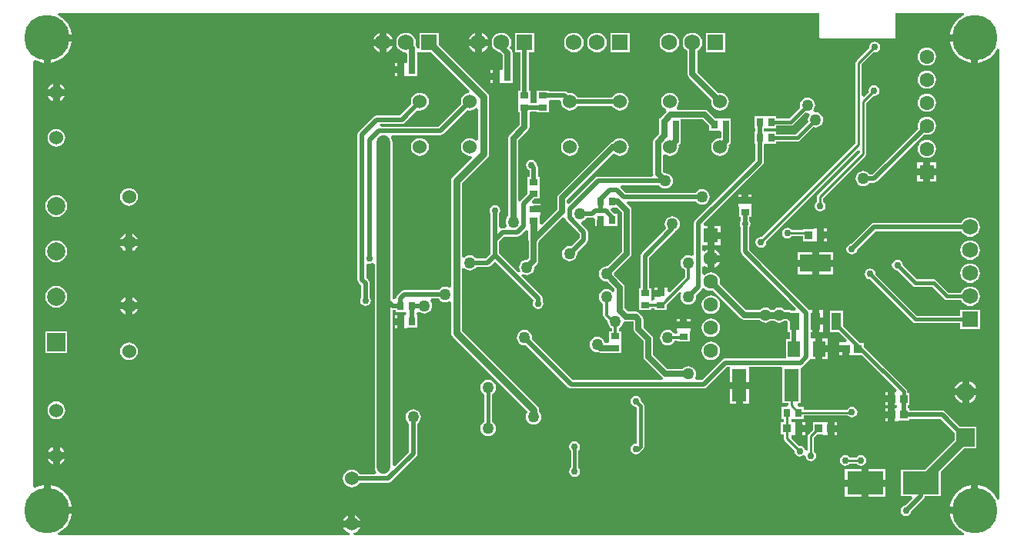
<source format=gbl>
G04 Layer_Physical_Order=2*
G04 Layer_Color=16711680*
%FSLAX25Y25*%
%MOIN*%
G70*
G01*
G75*
%ADD18R,0.02756X0.03740*%
%ADD19R,0.03740X0.02756*%
%ADD22R,0.03347X0.03740*%
%ADD33C,0.02000*%
%ADD34C,0.01200*%
%ADD35C,0.01000*%
%ADD36C,0.03000*%
%ADD39C,0.01500*%
%ADD40C,0.06000*%
%ADD41C,0.02500*%
%ADD42C,0.00984*%
%ADD43C,0.04000*%
%ADD45C,0.07874*%
%ADD46R,0.07874X0.07874*%
%ADD47C,0.06000*%
%ADD48C,0.06300*%
%ADD49R,0.06300X0.06300*%
%ADD50C,0.06799*%
%ADD51R,0.06799X0.06799*%
%ADD52R,0.06799X0.06799*%
%ADD53C,0.19685*%
%ADD54C,0.03000*%
%ADD55C,0.05000*%
%ADD56C,0.04000*%
%ADD57R,0.15748X0.09843*%
%ADD58R,0.06299X0.13976*%
%ADD59R,0.05512X0.07087*%
%ADD60R,0.04331X0.07677*%
%ADD61R,0.13386X0.07677*%
G36*
X412714Y230299D02*
X412385Y230163D01*
X410930Y229271D01*
X409632Y228163D01*
X408524Y226865D01*
X407632Y225410D01*
X406979Y223833D01*
X406581Y222174D01*
X406565Y221972D01*
X417323D01*
Y220472D01*
X418823D01*
Y209714D01*
X419024Y209730D01*
X420684Y210129D01*
X422261Y210782D01*
X423716Y211673D01*
X425013Y212782D01*
X426122Y214080D01*
X427013Y215535D01*
X427150Y215863D01*
X428150Y215665D01*
Y20556D01*
X427150Y20357D01*
X427013Y20686D01*
X426122Y22141D01*
X425013Y23439D01*
X423716Y24547D01*
X422261Y25439D01*
X420684Y26092D01*
X419024Y26490D01*
X418823Y26506D01*
Y15748D01*
X417323D01*
Y14248D01*
X406565D01*
X406581Y14047D01*
X406979Y12387D01*
X407632Y10810D01*
X408524Y9355D01*
X409632Y8057D01*
X410930Y6949D01*
X412385Y6057D01*
X412714Y5921D01*
X412515Y4921D01*
X148564D01*
X148498Y5921D01*
X148682Y5945D01*
X149655Y6348D01*
X150491Y6990D01*
X151132Y7825D01*
X151346Y8343D01*
X147638D01*
X143930D01*
X144144Y7825D01*
X144785Y6990D01*
X145621Y6348D01*
X146594Y5945D01*
X146777Y5921D01*
X146712Y4921D01*
X20556D01*
X20357Y5921D01*
X20686Y6057D01*
X22141Y6949D01*
X23439Y8057D01*
X24547Y9355D01*
X25439Y10810D01*
X26092Y12387D01*
X26490Y14047D01*
X26506Y14248D01*
X15748D01*
Y15748D01*
X14248D01*
Y26506D01*
X14047Y26490D01*
X12387Y26092D01*
X10810Y25439D01*
X10715Y25380D01*
X9843Y25869D01*
Y210352D01*
X10715Y210840D01*
X10810Y210782D01*
X12387Y210129D01*
X14047Y209730D01*
X14248Y209714D01*
Y220472D01*
X15748D01*
Y221972D01*
X26506D01*
X26490Y222174D01*
X26092Y223833D01*
X25439Y225410D01*
X24547Y226865D01*
X23439Y228163D01*
X22141Y229271D01*
X20686Y230163D01*
X20357Y230299D01*
X20556Y231299D01*
X349972D01*
Y221063D01*
X350034Y220751D01*
X350211Y220486D01*
X350475Y220309D01*
X350787Y220247D01*
X382283D01*
X382596Y220309D01*
X382860Y220486D01*
X383037Y220751D01*
X383099Y221063D01*
Y231299D01*
X412515D01*
X412714Y230299D01*
D02*
G37*
%LPC*%
G36*
X203941Y222645D02*
Y220004D01*
X206582D01*
X206284Y220723D01*
X205579Y221642D01*
X204660Y222347D01*
X203941Y222645D01*
D02*
G37*
G36*
X162602D02*
Y220004D01*
X165243D01*
X164945Y220723D01*
X164240Y221642D01*
X163321Y222347D01*
X162602Y222645D01*
D02*
G37*
G36*
X200941D02*
X200222Y222347D01*
X199303Y221642D01*
X198598Y220723D01*
X198300Y220004D01*
X200941D01*
Y222645D01*
D02*
G37*
G36*
X159602D02*
X158884Y222347D01*
X157965Y221642D01*
X157259Y220723D01*
X156962Y220004D01*
X159602D01*
Y222645D01*
D02*
G37*
G36*
X206582Y217004D02*
X203941D01*
Y214363D01*
X204660Y214661D01*
X205579Y215366D01*
X206284Y216285D01*
X206582Y217004D01*
D02*
G37*
G36*
X165243D02*
X162602D01*
Y214363D01*
X163321Y214661D01*
X164240Y215366D01*
X164945Y216285D01*
X165243Y217004D01*
D02*
G37*
G36*
X200941D02*
X198300D01*
X198598Y216285D01*
X199303Y215366D01*
X200222Y214661D01*
X200941Y214363D01*
Y217004D01*
D02*
G37*
G36*
X159602D02*
X156962D01*
X157259Y216285D01*
X157965Y215366D01*
X158884Y214661D01*
X159602Y214363D01*
Y217004D01*
D02*
G37*
G36*
X309318Y222704D02*
X300919D01*
Y214304D01*
X309318D01*
Y222704D01*
D02*
G37*
G36*
X267979D02*
X259580D01*
Y214304D01*
X267979D01*
Y222704D01*
D02*
G37*
G36*
X285118Y222740D02*
X284022Y222595D01*
X283000Y222172D01*
X282123Y221499D01*
X281450Y220622D01*
X281027Y219600D01*
X280882Y218504D01*
X281027Y217408D01*
X281450Y216386D01*
X282123Y215509D01*
X283000Y214836D01*
X284022Y214412D01*
X285118Y214268D01*
X286214Y214412D01*
X287236Y214836D01*
X288113Y215509D01*
X288787Y216386D01*
X289210Y217408D01*
X289354Y218504D01*
X289210Y219600D01*
X288787Y220622D01*
X288113Y221499D01*
X287236Y222172D01*
X286214Y222595D01*
X285118Y222740D01*
D02*
G37*
G36*
X253780D02*
X252683Y222595D01*
X251662Y222172D01*
X250784Y221499D01*
X250111Y220622D01*
X249688Y219600D01*
X249544Y218504D01*
X249688Y217408D01*
X250111Y216386D01*
X250784Y215509D01*
X251662Y214836D01*
X252683Y214412D01*
X253780Y214268D01*
X254876Y214412D01*
X255897Y214836D01*
X256775Y215509D01*
X257448Y216386D01*
X257871Y217408D01*
X258015Y218504D01*
X257871Y219600D01*
X257448Y220622D01*
X256775Y221499D01*
X255897Y222172D01*
X254876Y222595D01*
X253780Y222740D01*
D02*
G37*
G36*
X243779D02*
X242683Y222595D01*
X241662Y222172D01*
X240784Y221499D01*
X240111Y220622D01*
X239688Y219600D01*
X239544Y218504D01*
X239688Y217408D01*
X240111Y216386D01*
X240784Y215509D01*
X241662Y214836D01*
X242683Y214412D01*
X243779Y214268D01*
X244876Y214412D01*
X245897Y214836D01*
X246775Y215509D01*
X247448Y216386D01*
X247871Y217408D01*
X248015Y218504D01*
X247871Y219600D01*
X247448Y220622D01*
X246775Y221499D01*
X245897Y222172D01*
X244876Y222595D01*
X243779Y222740D01*
D02*
G37*
G36*
X374016Y218881D02*
X373118Y218702D01*
X372358Y218194D01*
X371849Y217433D01*
X371671Y216535D01*
X371749Y216143D01*
X366189Y210583D01*
X365901Y210153D01*
X365800Y209646D01*
Y174762D01*
X325196Y134157D01*
X324803Y134235D01*
X323906Y134056D01*
X323145Y133548D01*
X322637Y132787D01*
X322458Y131890D01*
X322637Y130992D01*
X323145Y130231D01*
X323906Y129723D01*
X324803Y129545D01*
X325701Y129723D01*
X326461Y130231D01*
X326970Y130992D01*
X327148Y131890D01*
X327070Y132282D01*
X366661Y171873D01*
X367615Y171501D01*
X367695Y170751D01*
X349456Y152512D01*
X349169Y152082D01*
X349068Y151575D01*
Y149518D01*
X348735Y149296D01*
X348227Y148535D01*
X348049Y147638D01*
X348227Y146740D01*
X348735Y145980D01*
X349496Y145471D01*
X350394Y145293D01*
X351291Y145471D01*
X352052Y145980D01*
X352560Y146740D01*
X352739Y147638D01*
X352560Y148535D01*
X352052Y149296D01*
X351719Y149518D01*
Y151026D01*
X370032Y169338D01*
X370319Y169768D01*
X370420Y170276D01*
Y192364D01*
X373426Y195371D01*
X373819Y195293D01*
X374716Y195471D01*
X375477Y195980D01*
X375985Y196740D01*
X376164Y197638D01*
X375985Y198535D01*
X375477Y199296D01*
X374716Y199804D01*
X373819Y199983D01*
X372921Y199804D01*
X372161Y199296D01*
X371652Y198535D01*
X371474Y197638D01*
X371552Y197245D01*
X369375Y195069D01*
X368451Y195451D01*
Y209097D01*
X373623Y214268D01*
X374016Y214190D01*
X374913Y214369D01*
X375674Y214877D01*
X376182Y215638D01*
X376361Y216535D01*
X376182Y217433D01*
X375674Y218194D01*
X374913Y218702D01*
X374016Y218881D01*
D02*
G37*
G36*
X415823Y218972D02*
X406565D01*
X406581Y218771D01*
X406979Y217112D01*
X407632Y215535D01*
X408524Y214080D01*
X409632Y212782D01*
X410930Y211673D01*
X412385Y210782D01*
X413962Y210129D01*
X415621Y209730D01*
X415823Y209714D01*
Y218972D01*
D02*
G37*
G36*
X26506D02*
X17248D01*
Y209714D01*
X17449Y209730D01*
X19109Y210129D01*
X20686Y210782D01*
X22141Y211673D01*
X23439Y212782D01*
X24547Y214080D01*
X25439Y215535D01*
X26092Y217112D01*
X26490Y218771D01*
X26506Y218972D01*
D02*
G37*
G36*
X396654Y216386D02*
X395622Y216250D01*
X394661Y215852D01*
X393836Y215219D01*
X393203Y214394D01*
X392805Y213433D01*
X392670Y212402D01*
X392805Y211370D01*
X393203Y210409D01*
X393836Y209584D01*
X394661Y208951D01*
X395622Y208553D01*
X396654Y208418D01*
X397685Y208553D01*
X398646Y208951D01*
X399471Y209584D01*
X400104Y210409D01*
X400502Y211370D01*
X400638Y212402D01*
X400502Y213433D01*
X400104Y214394D01*
X399471Y215219D01*
X398646Y215852D01*
X397685Y216250D01*
X396654Y216386D01*
D02*
G37*
G36*
X167201Y209563D02*
X166323D01*
Y208193D01*
X167201D01*
Y209563D01*
D02*
G37*
G36*
X208539Y206610D02*
X207661D01*
Y205240D01*
X208539D01*
Y206610D01*
D02*
G37*
G36*
X167201Y205193D02*
X166323D01*
Y203823D01*
X167201D01*
Y205193D01*
D02*
G37*
G36*
X208539Y202240D02*
X207661D01*
Y200870D01*
X208539D01*
Y202240D01*
D02*
G37*
G36*
X212441Y222740D02*
X211345Y222595D01*
X210323Y222172D01*
X209446Y221499D01*
X208773Y220622D01*
X208349Y219600D01*
X208205Y218504D01*
X208349Y217408D01*
X208773Y216386D01*
X209446Y215509D01*
X210323Y214836D01*
X211345Y214412D01*
X211829Y214349D01*
X213067Y213111D01*
Y207341D01*
X212417Y206610D01*
X212062Y206610D01*
X211539D01*
Y203740D01*
Y200870D01*
X212062D01*
X212417Y200870D01*
X213334Y201070D01*
X217335D01*
Y206410D01*
X217248D01*
Y213976D01*
X217248Y213976D01*
X217089Y214776D01*
X216635Y215454D01*
X216635Y215454D01*
X215933Y216157D01*
X216109Y216386D01*
X216532Y217408D01*
X216677Y218504D01*
X216532Y219600D01*
X216109Y220622D01*
X215436Y221499D01*
X214559Y222172D01*
X213537Y222595D01*
X212441Y222740D01*
D02*
G37*
G36*
X396654Y206386D02*
X395622Y206250D01*
X394661Y205852D01*
X393836Y205219D01*
X393203Y204394D01*
X392805Y203433D01*
X392670Y202402D01*
X392805Y201370D01*
X393203Y200410D01*
X393836Y199584D01*
X394661Y198951D01*
X395622Y198553D01*
X396654Y198417D01*
X397685Y198553D01*
X398646Y198951D01*
X399471Y199584D01*
X400104Y200410D01*
X400502Y201370D01*
X400638Y202402D01*
X400502Y203433D01*
X400104Y204394D01*
X399471Y205219D01*
X398646Y205852D01*
X397685Y206250D01*
X396654Y206386D01*
D02*
G37*
G36*
X21185Y200559D02*
Y198350D01*
X23393D01*
X23179Y198868D01*
X22538Y199703D01*
X21702Y200344D01*
X21185Y200559D01*
D02*
G37*
G36*
X18185Y200559D02*
X17668Y200344D01*
X16832Y199703D01*
X16191Y198868D01*
X15977Y198350D01*
X18185D01*
Y200559D01*
D02*
G37*
G36*
X23393Y195350D02*
X21185D01*
Y193142D01*
X21702Y193356D01*
X22538Y193998D01*
X23179Y194833D01*
X23393Y195350D01*
D02*
G37*
G36*
X18185D02*
X15977D01*
X16191Y194833D01*
X16832Y193998D01*
X17668Y193356D01*
X18185Y193142D01*
Y195350D01*
D02*
G37*
G36*
X295118Y222740D02*
X294022Y222595D01*
X293000Y222172D01*
X292123Y221499D01*
X291450Y220622D01*
X291027Y219600D01*
X290882Y218504D01*
X291027Y217408D01*
X291450Y216386D01*
X292123Y215509D01*
X293000Y214836D01*
X293028Y214824D01*
Y204882D01*
X293028Y204882D01*
X293187Y204082D01*
X293640Y203404D01*
X303356Y193688D01*
X303254Y192913D01*
X303384Y191921D01*
X303767Y190997D01*
X304376Y190203D01*
X305170Y189594D01*
X306095Y189211D01*
X307087Y189081D01*
X308079Y189211D01*
X309003Y189594D01*
X309797Y190203D01*
X310406Y190997D01*
X310789Y191921D01*
X310919Y192913D01*
X310789Y193905D01*
X310406Y194830D01*
X309797Y195624D01*
X309003Y196233D01*
X308079Y196616D01*
X307087Y196746D01*
X306312Y196644D01*
X297208Y205748D01*
Y214824D01*
X297236Y214836D01*
X298113Y215509D01*
X298786Y216386D01*
X299210Y217408D01*
X299354Y218504D01*
X299210Y219600D01*
X298786Y220622D01*
X298113Y221499D01*
X297236Y222172D01*
X296214Y222595D01*
X295118Y222740D01*
D02*
G37*
G36*
X171102D02*
X170006Y222595D01*
X168984Y222172D01*
X168107Y221499D01*
X167434Y220622D01*
X167011Y219600D01*
X166867Y218504D01*
X167011Y217408D01*
X167434Y216386D01*
X168107Y215509D01*
X168984Y214836D01*
X170006Y214412D01*
X171102Y214268D01*
X171729Y213719D01*
Y210294D01*
X171079Y209563D01*
X170724Y209563D01*
X170201D01*
Y206693D01*
Y203823D01*
X170724D01*
X171079Y203823D01*
X171996Y204023D01*
X175997D01*
Y209363D01*
X175909D01*
Y214289D01*
X176903Y214304D01*
X176909Y214304D01*
X181985D01*
X198568Y197722D01*
X198210Y196666D01*
X197827Y196616D01*
X196903Y196233D01*
X196109Y195624D01*
X195500Y194830D01*
X195117Y193905D01*
X194986Y192913D01*
X195117Y191921D01*
X195150Y191840D01*
X185342Y182032D01*
X160318D01*
X160309Y182037D01*
X159844Y183032D01*
X159988Y183204D01*
X169291D01*
X169994Y183344D01*
X170589Y183742D01*
X176092Y189245D01*
X176173Y189211D01*
X177165Y189081D01*
X178157Y189211D01*
X179082Y189594D01*
X179876Y190203D01*
X180485Y190997D01*
X180868Y191921D01*
X180998Y192913D01*
X180868Y193905D01*
X180485Y194830D01*
X179876Y195624D01*
X179082Y196233D01*
X178157Y196616D01*
X177165Y196746D01*
X176173Y196616D01*
X175249Y196233D01*
X174455Y195624D01*
X173846Y194830D01*
X173463Y193905D01*
X173333Y192913D01*
X173463Y191921D01*
X173497Y191840D01*
X168531Y186875D01*
X158465D01*
X157762Y186735D01*
X157167Y186337D01*
X150714Y179884D01*
X150316Y179289D01*
X150177Y178587D01*
Y115705D01*
X150316Y115002D01*
X150714Y114407D01*
X151708Y113413D01*
Y107987D01*
X151377Y107492D01*
X151198Y106594D01*
X151377Y105697D01*
X151885Y104936D01*
X152646Y104428D01*
X153543Y104249D01*
X154441Y104428D01*
X155201Y104936D01*
X155710Y105697D01*
X155888Y106594D01*
X155710Y107492D01*
X155379Y107987D01*
Y114173D01*
X155239Y114876D01*
X154841Y115471D01*
X153847Y116465D01*
Y122143D01*
X154111Y122381D01*
X154847Y122787D01*
X155512Y122655D01*
X156409Y122833D01*
X156585Y122951D01*
X157585Y122416D01*
Y108268D01*
Y53150D01*
Y43307D01*
Y34449D01*
X157715Y33457D01*
X158098Y32532D01*
X158289Y32284D01*
X157795Y31284D01*
X151023D01*
X150957Y31444D01*
X150348Y32238D01*
X149554Y32847D01*
X148630Y33230D01*
X147638Y33360D01*
X146646Y33230D01*
X145721Y32847D01*
X144928Y32238D01*
X144318Y31444D01*
X143936Y30520D01*
X143805Y29528D01*
X143936Y28536D01*
X144318Y27611D01*
X144928Y26817D01*
X145721Y26208D01*
X146646Y25825D01*
X147638Y25695D01*
X148630Y25825D01*
X149554Y26208D01*
X150348Y26817D01*
X150957Y27611D01*
X150958Y27614D01*
X163488D01*
X164191Y27753D01*
X164786Y28151D01*
X175510Y38875D01*
X175908Y39471D01*
X176048Y40173D01*
Y53351D01*
X176566Y53749D01*
X177095Y54438D01*
X177428Y55241D01*
X177541Y56102D01*
X177428Y56964D01*
X177095Y57767D01*
X176566Y58456D01*
X175877Y58985D01*
X175074Y59317D01*
X174213Y59431D01*
X173351Y59317D01*
X172548Y58985D01*
X171859Y58456D01*
X171330Y57767D01*
X170998Y56964D01*
X170884Y56102D01*
X170998Y55241D01*
X171330Y54438D01*
X171859Y53749D01*
X172377Y53351D01*
Y40933D01*
X166250Y34806D01*
X165250Y35220D01*
Y43307D01*
Y53150D01*
Y102410D01*
X165354Y102496D01*
X166523D01*
Y101661D01*
X170879D01*
Y101661D01*
X170984D01*
X171291Y101397D01*
X171095Y100395D01*
X171021Y100311D01*
X170724Y100311D01*
X170201D01*
Y97441D01*
Y94571D01*
X170724D01*
X171079Y94571D01*
X171996Y94771D01*
X175997D01*
Y100111D01*
X175997D01*
X175786Y101111D01*
X175997Y101661D01*
X176997Y101811D01*
X177470Y101448D01*
X178272Y101116D01*
X179134Y101002D01*
X179995Y101116D01*
X180798Y101448D01*
X181487Y101977D01*
X182016Y102666D01*
X182349Y103469D01*
X182462Y104331D01*
X182349Y105192D01*
X182016Y105995D01*
X181693Y106417D01*
X182019Y107289D01*
X182131Y107417D01*
X185241D01*
X185638Y106898D01*
X186328Y106369D01*
X187131Y106037D01*
X187992Y105923D01*
X188854Y106037D01*
X189568Y106333D01*
X189921Y106207D01*
X190568Y105809D01*
Y92677D01*
X190747Y91780D01*
X191255Y91019D01*
X223935Y58339D01*
X223495Y57767D01*
X223163Y56964D01*
X223049Y56102D01*
X223163Y55241D01*
X223495Y54438D01*
X224024Y53749D01*
X224714Y53220D01*
X225517Y52887D01*
X226378Y52774D01*
X227239Y52887D01*
X228042Y53220D01*
X228731Y53749D01*
X229260Y54438D01*
X229593Y55241D01*
X229706Y56102D01*
X229593Y56964D01*
X229260Y57767D01*
X228731Y58456D01*
X228723Y58463D01*
Y59213D01*
X228544Y60110D01*
X228036Y60871D01*
X228036Y60871D01*
X195258Y93648D01*
Y120607D01*
X196258Y120947D01*
X196465Y120678D01*
X197154Y120149D01*
X197957Y119816D01*
X198819Y119703D01*
X199680Y119816D01*
X200483Y120149D01*
X201172Y120678D01*
X201570Y121196D01*
X206387D01*
X207089Y121336D01*
X207685Y121733D01*
X209646Y123695D01*
X226511Y106829D01*
Y106708D01*
X226180Y106212D01*
X226001Y105315D01*
X226180Y104418D01*
X226688Y103657D01*
X227449Y103148D01*
X228346Y102970D01*
X229244Y103148D01*
X230005Y103657D01*
X230513Y104418D01*
X230692Y105315D01*
X230513Y106212D01*
X230182Y106708D01*
Y107589D01*
X230042Y108291D01*
X229644Y108887D01*
X221117Y117414D01*
X221761Y118180D01*
X222564Y117848D01*
X223425Y117735D01*
X224287Y117848D01*
X225089Y118180D01*
X225779Y118709D01*
X226308Y119399D01*
X226640Y120202D01*
X226754Y121063D01*
X226710Y121392D01*
X227856Y122538D01*
X228309Y123216D01*
X228468Y124016D01*
X228468Y124016D01*
Y131996D01*
X228544Y132110D01*
X228571Y132245D01*
X239121Y142795D01*
X239196Y142793D01*
X239782Y142561D01*
X240143Y142318D01*
X240261Y141725D01*
X240659Y141130D01*
X246196Y135592D01*
Y133803D01*
X242604Y130212D01*
X241957Y130297D01*
X241095Y130184D01*
X240293Y129851D01*
X239603Y129322D01*
X239074Y128633D01*
X238742Y127830D01*
X238628Y126969D01*
X238742Y126107D01*
X239074Y125304D01*
X239603Y124615D01*
X240293Y124086D01*
X241095Y123753D01*
X241957Y123640D01*
X242818Y123753D01*
X243621Y124086D01*
X244310Y124615D01*
X244839Y125304D01*
X245172Y126107D01*
X245285Y126969D01*
X245200Y127616D01*
X249329Y131746D01*
X249727Y132341D01*
X249867Y133043D01*
Y136353D01*
X249727Y137055D01*
X249329Y137650D01*
X246959Y140020D01*
X247318Y141076D01*
X247318Y141076D01*
X248121Y141409D01*
X248810Y141938D01*
X249208Y142456D01*
X251798D01*
X251937Y142484D01*
X252867Y141877D01*
X252937Y141777D01*
Y138862D01*
X253815D01*
Y141732D01*
X256815D01*
Y138862D01*
X257693D01*
X257693Y138862D01*
X257693Y138862D01*
X258610Y139062D01*
X262611D01*
Y144402D01*
X261317D01*
X259783Y145936D01*
X260197Y146936D01*
X262509D01*
X264642Y144804D01*
Y127834D01*
X258203Y121395D01*
X257874Y121439D01*
X257013Y121325D01*
X256210Y120993D01*
X255520Y120464D01*
X254992Y119774D01*
X254659Y118972D01*
X254545Y118110D01*
X254659Y117249D01*
X254992Y116446D01*
X255520Y115757D01*
X256210Y115228D01*
X257013Y114895D01*
X257874Y114782D01*
X258203Y114825D01*
X261505Y111523D01*
X261406Y110564D01*
X260506Y110258D01*
X260228Y110621D01*
X259538Y111150D01*
X258735Y111483D01*
X257874Y111596D01*
X257013Y111483D01*
X256210Y111150D01*
X255520Y110621D01*
X254992Y109932D01*
X254659Y109129D01*
X254545Y108268D01*
X254659Y107406D01*
X254992Y106604D01*
X255520Y105914D01*
X256210Y105385D01*
X256447Y105287D01*
Y100394D01*
X256447Y100394D01*
X256555Y99847D01*
X256865Y99384D01*
X258520Y97729D01*
X258483Y97441D01*
X258596Y96579D01*
X258928Y95777D01*
X259457Y95087D01*
X260147Y94558D01*
X260384Y94460D01*
Y93320D01*
X259141D01*
Y89202D01*
X259141Y88964D01*
X258779Y88114D01*
X257198D01*
X257152Y88460D01*
X256820Y89263D01*
X256291Y89952D01*
X255601Y90481D01*
X254799Y90813D01*
X253937Y90927D01*
X253076Y90813D01*
X252273Y90481D01*
X251583Y89952D01*
X251055Y89263D01*
X250722Y88460D01*
X250608Y87598D01*
X250722Y86737D01*
X251055Y85934D01*
X251583Y85245D01*
X252273Y84716D01*
X253076Y84383D01*
X253937Y84270D01*
X254363Y84326D01*
X254712Y84093D01*
X255512Y83934D01*
X259141D01*
Y83846D01*
X264481D01*
Y87964D01*
X264481Y88202D01*
Y88964D01*
X264481Y89202D01*
Y93320D01*
X263239D01*
Y94460D01*
X263475Y94558D01*
X264165Y95087D01*
X264694Y95777D01*
X265026Y96579D01*
X265069Y96908D01*
X265100Y96965D01*
X265975Y97610D01*
X266122Y97640D01*
X266320Y97601D01*
X269653D01*
X269746Y97507D01*
Y94174D01*
X269746Y94174D01*
X269906Y93374D01*
X270359Y92696D01*
X273904Y89151D01*
Y82274D01*
X273904Y82274D01*
X274063Y81474D01*
X274516Y80796D01*
X281987Y73325D01*
X281987Y73325D01*
X282266Y73138D01*
X282263Y72777D01*
X281963Y72138D01*
X243449D01*
X225684Y89903D01*
X225769Y90551D01*
X225656Y91413D01*
X225324Y92215D01*
X224795Y92905D01*
X224105Y93434D01*
X223302Y93766D01*
X222441Y93880D01*
X221580Y93766D01*
X220777Y93434D01*
X220087Y92905D01*
X219558Y92215D01*
X219226Y91413D01*
X219112Y90551D01*
X219226Y89690D01*
X219558Y88887D01*
X220087Y88198D01*
X220777Y87669D01*
X221580Y87336D01*
X222441Y87223D01*
X223089Y87308D01*
X241391Y69005D01*
X241987Y68608D01*
X242689Y68468D01*
X299955D01*
X300657Y68608D01*
X301253Y69005D01*
X310137Y77889D01*
X310311D01*
X311303Y77870D01*
X311303Y76889D01*
Y71382D01*
X315453D01*
X319602D01*
Y76889D01*
X319602Y77870D01*
X320595Y77889D01*
X333232D01*
X334141Y77670D01*
X334141Y76889D01*
Y62094D01*
X336631D01*
X336684Y61648D01*
X335888Y60741D01*
X333846D01*
Y55401D01*
X334698D01*
Y53851D01*
X333452D01*
Y48511D01*
X334600D01*
Y46949D01*
X334701Y46442D01*
X334988Y46012D01*
X339268Y41731D01*
X339190Y41339D01*
X339369Y40441D01*
X339877Y39680D01*
X340638Y39172D01*
X341535Y38993D01*
X342433Y39172D01*
X343148Y39650D01*
X343719Y39503D01*
X343726Y39500D01*
X344129Y39281D01*
X344290Y38473D01*
X344798Y37712D01*
X345559Y37203D01*
X346457Y37025D01*
X347354Y37203D01*
X348115Y37712D01*
X348623Y38473D01*
X348802Y39370D01*
X348623Y40268D01*
X348115Y41028D01*
X347782Y41251D01*
Y47384D01*
X348909Y48511D01*
X351429D01*
X352346Y48311D01*
X353095Y48311D01*
X353520D01*
Y51181D01*
Y54051D01*
X353095D01*
X352346Y54051D01*
X351429Y53851D01*
X347232D01*
Y50582D01*
X345519Y48870D01*
X345232Y48440D01*
X345131Y47933D01*
Y41999D01*
X344825Y41716D01*
X343892Y41975D01*
X343720Y42146D01*
X343702Y42236D01*
X343194Y42997D01*
X342433Y43505D01*
X341535Y43684D01*
X341143Y43606D01*
X337871Y46878D01*
X337978Y48185D01*
X338251Y48380D01*
X338567Y48311D01*
X339316Y48311D01*
X339740D01*
Y51181D01*
Y54051D01*
X339316D01*
X338567Y54051D01*
X338349Y54004D01*
X338032Y54246D01*
X338179Y55392D01*
X338202Y55401D01*
X338964D01*
Y55401D01*
X339202Y55401D01*
X343320D01*
Y56753D01*
X362421D01*
X362515Y56613D01*
X363276Y56105D01*
X364173Y55927D01*
X365071Y56105D01*
X365831Y56613D01*
X366340Y57374D01*
X366518Y58272D01*
X366340Y59169D01*
X365831Y59930D01*
X365071Y60438D01*
X364173Y60617D01*
X363276Y60438D01*
X362515Y59930D01*
X362153Y59388D01*
X343320D01*
Y60741D01*
X340918D01*
X340666Y61094D01*
X341180Y62094D01*
X342040D01*
X342040Y77180D01*
X342419Y77739D01*
X342716Y78029D01*
X342854Y78120D01*
X343312Y78427D01*
X345388Y80502D01*
X346146Y81087D01*
X348402D01*
Y85630D01*
Y90173D01*
X346323D01*
Y92799D01*
X346925D01*
Y97638D01*
Y102476D01*
X345892D01*
X345758Y102678D01*
X319749Y128687D01*
Y138371D01*
X320080Y138866D01*
X320258Y139764D01*
X320080Y140661D01*
X319749Y141157D01*
Y142901D01*
X320584D01*
Y146902D01*
X320783Y147819D01*
X320783Y148174D01*
Y148697D01*
X317913D01*
X315043D01*
Y148174D01*
X315043Y147819D01*
X315243Y146902D01*
Y142901D01*
X316078D01*
Y141157D01*
X315747Y140661D01*
X315568Y139764D01*
X315747Y138866D01*
X316078Y138371D01*
Y127927D01*
X316218Y127225D01*
X316616Y126629D01*
X340044Y103200D01*
X339662Y102276D01*
X337936D01*
X337512Y102560D01*
X336614Y102739D01*
X335037D01*
X335031Y102747D01*
X334341Y103276D01*
X333539Y103609D01*
X332677Y103722D01*
X331816Y103609D01*
X331013Y103276D01*
X330324Y102747D01*
X330317Y102739D01*
X329132D01*
X329125Y102747D01*
X328436Y103276D01*
X327633Y103609D01*
X326772Y103722D01*
X325910Y103609D01*
X325107Y103276D01*
X324418Y102747D01*
X324216Y102484D01*
X318464D01*
X307014Y113934D01*
X307134Y114842D01*
X306998Y115874D01*
X306600Y116835D01*
X305967Y117660D01*
X305142Y118293D01*
X304181Y118691D01*
X303150Y118827D01*
X302118Y118691D01*
X301158Y118293D01*
X300442Y117744D01*
X299993Y117844D01*
X299442Y118142D01*
Y121247D01*
X299610Y121390D01*
X300442Y121689D01*
X301057Y121218D01*
X301650Y120972D01*
Y124843D01*
Y128713D01*
X301057Y128468D01*
X300442Y127996D01*
X299610Y128295D01*
X299442Y128438D01*
Y130693D01*
X301650D01*
Y134843D01*
Y138993D01*
X300483D01*
X300068Y139992D01*
X325510Y165435D01*
X325908Y166030D01*
X326048Y166732D01*
Y174153D01*
X326391Y174495D01*
X327153D01*
X327391Y174495D01*
X331509D01*
Y175585D01*
X340551D01*
X341156Y175705D01*
X341669Y176048D01*
X347480Y181859D01*
X347564Y181824D01*
X348425Y181711D01*
X349287Y181824D01*
X350089Y182157D01*
X350779Y182686D01*
X351308Y183375D01*
X351640Y184178D01*
X351754Y185039D01*
X351640Y185901D01*
X351308Y186704D01*
X350779Y187393D01*
X350089Y187922D01*
X349287Y188254D01*
X348425Y188368D01*
X347907Y188300D01*
X347878Y188329D01*
X347436Y189246D01*
X347764Y189674D01*
X348097Y190477D01*
X348210Y191339D01*
X348097Y192200D01*
X347764Y193003D01*
X347235Y193692D01*
X346546Y194221D01*
X345743Y194554D01*
X344882Y194667D01*
X344020Y194554D01*
X343218Y194221D01*
X342528Y193692D01*
X341999Y193003D01*
X341667Y192200D01*
X341553Y191339D01*
X341667Y190477D01*
X341702Y190393D01*
X336944Y185635D01*
X331509D01*
Y186725D01*
X327391D01*
X327153Y186725D01*
X326391D01*
X326153Y186725D01*
X322035D01*
Y181385D01*
X322377D01*
Y179835D01*
X322035D01*
Y174495D01*
X322377D01*
Y167492D01*
X296309Y141425D01*
X295912Y140829D01*
X295772Y140127D01*
Y126560D01*
X295407Y126266D01*
X294772Y125997D01*
X294169Y126247D01*
X293307Y126360D01*
X292446Y126247D01*
X291643Y125914D01*
X290953Y125385D01*
X290424Y124696D01*
X290092Y123893D01*
X289979Y123031D01*
X290092Y122170D01*
X290424Y121367D01*
X290953Y120678D01*
X291643Y120149D01*
X291880Y120051D01*
Y116734D01*
X291314Y116168D01*
X291313Y116167D01*
X291313Y116167D01*
X285290Y110144D01*
X284366Y110527D01*
Y112221D01*
X282996D01*
Y109843D01*
X281496D01*
Y108343D01*
X278626D01*
Y107465D01*
X278626Y107465D01*
X278626Y107465D01*
X278708Y107090D01*
X278627Y106922D01*
X277420Y106715D01*
X277276Y106859D01*
Y107665D01*
X277276Y107902D01*
Y112021D01*
X276442D01*
Y125322D01*
X287715Y136596D01*
X287838Y136781D01*
X288082Y136881D01*
X288771Y137410D01*
X289300Y138100D01*
X289632Y138902D01*
X289746Y139764D01*
X289632Y140625D01*
X289300Y141428D01*
X288771Y142117D01*
X288082Y142646D01*
X287279Y142979D01*
X286417Y143092D01*
X285556Y142979D01*
X284753Y142646D01*
X284064Y142117D01*
X283535Y141428D01*
X283202Y140625D01*
X283089Y139764D01*
X283202Y138902D01*
X283535Y138100D01*
X283749Y137821D01*
X273309Y127380D01*
X272911Y126785D01*
X272771Y126083D01*
Y112021D01*
X271936D01*
Y107902D01*
X271936Y107665D01*
Y106902D01*
X271936Y106665D01*
Y102547D01*
X277276D01*
Y103297D01*
X278826D01*
Y102547D01*
X284166D01*
Y104983D01*
X289597Y110414D01*
X290424Y109932D01*
X290092Y109129D01*
X289979Y108268D01*
X290092Y107406D01*
X290424Y106604D01*
X290953Y105914D01*
X291643Y105385D01*
X292446Y105053D01*
X293307Y104939D01*
X294169Y105053D01*
X294971Y105385D01*
X295661Y105914D01*
X296190Y106604D01*
X296522Y107406D01*
X296636Y108268D01*
X296550Y108915D01*
X298905Y111270D01*
X299252Y111790D01*
X299493Y111924D01*
X299735Y112000D01*
X300332Y112025D01*
X301158Y111392D01*
X302118Y110994D01*
X303150Y110858D01*
X304058Y110978D01*
X316120Y98916D01*
X316121Y98916D01*
X316799Y98463D01*
X317598Y98304D01*
X317599Y98304D01*
X324216D01*
X324418Y98040D01*
X325107Y97511D01*
X325910Y97179D01*
X326772Y97065D01*
X327633Y97179D01*
X328436Y97511D01*
X329125Y98040D01*
X329132Y98049D01*
X330317D01*
X330324Y98040D01*
X331013Y97511D01*
X331816Y97179D01*
X332677Y97065D01*
X333539Y97179D01*
X334341Y97511D01*
X335031Y98040D01*
X335920Y97772D01*
X336405Y97287D01*
Y92999D01*
X337240D01*
Y89973D01*
X335519D01*
Y81560D01*
X309376D01*
X308674Y81420D01*
X308079Y81022D01*
X299195Y72138D01*
X296682D01*
X296189Y73138D01*
X296190Y73139D01*
X296522Y73942D01*
X296636Y74803D01*
X296522Y75665D01*
X296190Y76467D01*
X295661Y77157D01*
X294971Y77686D01*
X294169Y78018D01*
X293307Y78132D01*
X292446Y78018D01*
X291643Y77686D01*
X290953Y77157D01*
X290751Y76893D01*
X284330D01*
X278084Y83139D01*
Y90017D01*
X277925Y90817D01*
X277472Y91495D01*
X273927Y95040D01*
Y98373D01*
X273768Y99173D01*
X273315Y99851D01*
X271997Y101169D01*
X271319Y101622D01*
X270519Y101781D01*
X270519Y101781D01*
X267186D01*
X265687Y103280D01*
Y112388D01*
X265528Y113188D01*
X265074Y113866D01*
X265074Y113866D01*
X261159Y117781D01*
X261203Y118110D01*
X261159Y118439D01*
X268210Y125490D01*
X268663Y126169D01*
X268822Y126969D01*
Y145669D01*
X268822Y145669D01*
X268663Y146469D01*
X268210Y147147D01*
X266542Y148816D01*
X266925Y149740D01*
X296461D01*
X296859Y149221D01*
X297548Y148692D01*
X298351Y148360D01*
X299213Y148246D01*
X300074Y148360D01*
X300877Y148692D01*
X301566Y149221D01*
X302095Y149911D01*
X302428Y150713D01*
X302541Y151575D01*
X302428Y152436D01*
X302095Y153239D01*
X301566Y153928D01*
X300877Y154457D01*
X300074Y154790D01*
X299213Y154903D01*
X298351Y154790D01*
X297548Y154457D01*
X296859Y153928D01*
X296461Y153410D01*
X266183D01*
X263964Y155629D01*
X264177Y156398D01*
X264342Y156629D01*
X280713D01*
X281111Y156111D01*
X281800Y155582D01*
X282603Y155250D01*
X283465Y155136D01*
X284326Y155250D01*
X285129Y155582D01*
X285818Y156111D01*
X286347Y156800D01*
X286680Y157603D01*
X286793Y158465D01*
X286680Y159326D01*
X286347Y160129D01*
X285818Y160818D01*
X285129Y161347D01*
X284326Y161680D01*
X283465Y161793D01*
X283135Y161750D01*
X282273Y162612D01*
Y169603D01*
X283273Y170096D01*
X283517Y169909D01*
X284441Y169526D01*
X285433Y169396D01*
X286425Y169526D01*
X287350Y169909D01*
X288143Y170518D01*
X288752Y171312D01*
X289135Y172236D01*
X289266Y173228D01*
X289164Y174003D01*
X289470Y174309D01*
X289470Y174309D01*
X289923Y174987D01*
X290082Y175787D01*
X290082Y175787D01*
Y180401D01*
X290170D01*
Y185101D01*
X299542D01*
X302350Y182293D01*
Y180401D01*
X306468D01*
X306705Y180401D01*
X307556Y180039D01*
Y177472D01*
X307087Y177061D01*
X306095Y176930D01*
X305170Y176548D01*
X304376Y175938D01*
X303767Y175145D01*
X303384Y174220D01*
X303254Y173228D01*
X303384Y172236D01*
X303767Y171312D01*
X304376Y170518D01*
X305170Y169909D01*
X306095Y169526D01*
X307087Y169396D01*
X308079Y169526D01*
X309003Y169909D01*
X309797Y170518D01*
X310406Y171312D01*
X310789Y172236D01*
X310919Y173228D01*
X310817Y174003D01*
X311124Y174309D01*
X311124Y174309D01*
X311577Y174987D01*
X311736Y175787D01*
X311736Y175787D01*
Y180401D01*
X311824D01*
Y185741D01*
X307705D01*
X307468Y185741D01*
X306705D01*
X306468Y185741D01*
X304813D01*
X301885Y188669D01*
X301207Y189122D01*
X300408Y189281D01*
X300407Y189281D01*
X288584D01*
X288267Y189943D01*
X288203Y190281D01*
X288752Y190997D01*
X289135Y191921D01*
X289266Y192913D01*
X289135Y193905D01*
X288752Y194830D01*
X288143Y195624D01*
X287350Y196233D01*
X286425Y196616D01*
X285433Y196746D01*
X284441Y196616D01*
X283517Y196233D01*
X282723Y195624D01*
X282114Y194830D01*
X281731Y193905D01*
X281600Y192913D01*
X281731Y191921D01*
X282114Y190997D01*
X282723Y190203D01*
X283517Y189594D01*
X283685Y189524D01*
X283784Y189361D01*
X283892Y188356D01*
X281396Y185861D01*
X281316Y185741D01*
X280696D01*
Y180401D01*
X280784D01*
Y178960D01*
X278705Y176881D01*
X278252Y176203D01*
X278093Y175403D01*
X278093Y175403D01*
Y161746D01*
X278093Y161746D01*
X278182Y161300D01*
X277573Y160300D01*
X254266D01*
X253564Y160160D01*
X252968Y159762D01*
X241721Y148515D01*
X240797Y148898D01*
Y150242D01*
X261071Y170517D01*
X261863Y169909D01*
X262788Y169526D01*
X263779Y169396D01*
X264772Y169526D01*
X265696Y169909D01*
X266490Y170518D01*
X267099Y171312D01*
X267482Y172236D01*
X267612Y173228D01*
X267482Y174220D01*
X267099Y175145D01*
X266490Y175938D01*
X265696Y176548D01*
X264772Y176930D01*
X263779Y177061D01*
X262788Y176930D01*
X261863Y176548D01*
X261069Y175938D01*
X260552Y175264D01*
X260027Y175159D01*
X259349Y174706D01*
X237229Y152586D01*
X236776Y151908D01*
X236616Y151108D01*
X236616Y151108D01*
Y146148D01*
X236454Y146039D01*
X230048Y139633D01*
X229048Y140048D01*
Y142965D01*
X229248Y143882D01*
X229248Y143882D01*
X229248Y143882D01*
Y144760D01*
X226378D01*
Y147760D01*
X229248D01*
Y148638D01*
X225965D01*
X225582Y149562D01*
X226795Y150775D01*
X229048D01*
Y154893D01*
X229048Y155131D01*
Y155893D01*
X229048Y156131D01*
Y160249D01*
X228213D01*
Y164370D01*
X228074Y165072D01*
X227677Y165666D01*
X227560Y166252D01*
X227052Y167013D01*
X226291Y167521D01*
X225394Y167699D01*
X224496Y167521D01*
X223735Y167013D01*
X223227Y166252D01*
X223049Y165354D01*
X223227Y164457D01*
X223735Y163696D01*
X224496Y163188D01*
X224543Y163179D01*
Y160249D01*
X223708D01*
Y156131D01*
X223708Y155893D01*
Y155131D01*
X223708Y154893D01*
Y152878D01*
X220722Y149892D01*
X220610Y149724D01*
X219610Y150028D01*
Y176127D01*
X223919Y180436D01*
X224372Y181114D01*
X224531Y181914D01*
X224531Y181914D01*
Y188176D01*
X225111D01*
Y188519D01*
X227645D01*
Y188176D01*
X232985D01*
Y192295D01*
X232985Y192532D01*
Y193295D01*
X233328Y193637D01*
X237658D01*
X238293Y192913D01*
X238424Y191921D01*
X238807Y190997D01*
X239416Y190203D01*
X240210Y189594D01*
X241134Y189211D01*
X242126Y189081D01*
X243118Y189211D01*
X244042Y189594D01*
X244836Y190203D01*
X245445Y190997D01*
X245479Y191078D01*
X260427D01*
X260460Y190997D01*
X261069Y190203D01*
X261863Y189594D01*
X262788Y189211D01*
X263779Y189081D01*
X264772Y189211D01*
X265696Y189594D01*
X266490Y190203D01*
X267099Y190997D01*
X267482Y191921D01*
X267612Y192913D01*
X267482Y193905D01*
X267099Y194830D01*
X266490Y195624D01*
X265696Y196233D01*
X264772Y196616D01*
X263779Y196746D01*
X262788Y196616D01*
X261863Y196233D01*
X261069Y195624D01*
X260460Y194830D01*
X260427Y194749D01*
X245479D01*
X245445Y194830D01*
X244836Y195624D01*
X244042Y196233D01*
X243118Y196616D01*
X242126Y196746D01*
X241134Y196616D01*
X241053Y196582D01*
X240865Y196770D01*
X240269Y197168D01*
X239567Y197308D01*
X232985D01*
Y197650D01*
X227645D01*
Y193532D01*
X227645Y193295D01*
Y192532D01*
X227302Y192190D01*
X225454D01*
X225111Y192532D01*
Y193295D01*
X225111Y193532D01*
Y197650D01*
X224276D01*
Y214304D01*
X226641D01*
Y222704D01*
X218241D01*
Y214304D01*
X220606D01*
Y197650D01*
X219771D01*
Y193532D01*
X219771Y193295D01*
Y192532D01*
X219771Y192295D01*
Y188176D01*
X220351D01*
Y182780D01*
X216042Y178471D01*
X215589Y177793D01*
X215429Y176993D01*
X215429Y176993D01*
Y143304D01*
X215166Y143102D01*
X214637Y142412D01*
X214305Y141610D01*
X214191Y140748D01*
X214305Y139887D01*
X214637Y139084D01*
X214637Y139083D01*
X214144Y138083D01*
X213020D01*
X212481Y137976D01*
X212423Y137972D01*
X211958Y138220D01*
X211481Y138587D01*
Y144276D01*
X211812Y144772D01*
X211991Y145669D01*
X211812Y146567D01*
X211304Y147327D01*
X210543Y147836D01*
X209646Y148014D01*
X208748Y147836D01*
X207987Y147327D01*
X207479Y146567D01*
X207301Y145669D01*
X207479Y144772D01*
X207810Y144276D01*
Y132874D01*
Y127050D01*
X205627Y124866D01*
X201570D01*
X201172Y125385D01*
X200483Y125914D01*
X199680Y126246D01*
X198819Y126360D01*
X197957Y126246D01*
X197154Y125914D01*
X196465Y125385D01*
X196258Y125116D01*
X195258Y125455D01*
Y157493D01*
X206383Y168617D01*
X206383Y168617D01*
X206891Y169378D01*
X207069Y170276D01*
Y194882D01*
X206891Y195779D01*
X206383Y196540D01*
X185302Y217621D01*
Y222704D01*
X176903D01*
Y215803D01*
X175909Y215787D01*
X175750Y216587D01*
X175297Y217265D01*
X175297Y217265D01*
X175182Y217380D01*
X175194Y217408D01*
X175338Y218504D01*
X175194Y219600D01*
X174771Y220622D01*
X174098Y221499D01*
X173220Y222172D01*
X172199Y222595D01*
X171102Y222740D01*
D02*
G37*
G36*
X396654Y196386D02*
X395622Y196250D01*
X394661Y195852D01*
X393836Y195219D01*
X393203Y194394D01*
X392805Y193433D01*
X392670Y192402D01*
X392805Y191370D01*
X393203Y190410D01*
X393836Y189584D01*
X394661Y188951D01*
X395622Y188553D01*
X396654Y188417D01*
X397685Y188553D01*
X398646Y188951D01*
X399471Y189584D01*
X400104Y190410D01*
X400502Y191370D01*
X400638Y192402D01*
X400502Y193433D01*
X400104Y194394D01*
X399471Y195219D01*
X398646Y195852D01*
X397685Y196250D01*
X396654Y196386D01*
D02*
G37*
G36*
Y186386D02*
X395622Y186250D01*
X394661Y185852D01*
X393836Y185219D01*
X393203Y184394D01*
X392805Y183433D01*
X392670Y182402D01*
X392805Y181370D01*
X392870Y181214D01*
X372941Y161284D01*
X371846D01*
X371448Y161802D01*
X370759Y162331D01*
X369956Y162664D01*
X369094Y162777D01*
X368233Y162664D01*
X367430Y162331D01*
X366741Y161802D01*
X366212Y161113D01*
X365879Y160310D01*
X365766Y159449D01*
X365879Y158587D01*
X366212Y157785D01*
X366741Y157095D01*
X367430Y156566D01*
X368233Y156234D01*
X369094Y156120D01*
X369956Y156234D01*
X370759Y156566D01*
X371448Y157095D01*
X371846Y157614D01*
X373701D01*
X374403Y157753D01*
X374998Y158151D01*
X395466Y178618D01*
X395622Y178553D01*
X396654Y178418D01*
X397685Y178553D01*
X398646Y178951D01*
X399471Y179584D01*
X400104Y180410D01*
X400502Y181370D01*
X400638Y182402D01*
X400502Y183433D01*
X400104Y184394D01*
X399471Y185219D01*
X398646Y185852D01*
X397685Y186250D01*
X396654Y186386D01*
D02*
G37*
G36*
X19685Y180998D02*
X18693Y180868D01*
X17769Y180485D01*
X16975Y179876D01*
X16366Y179082D01*
X15983Y178157D01*
X15852Y177165D01*
X15983Y176173D01*
X16366Y175249D01*
X16975Y174455D01*
X17769Y173846D01*
X18693Y173463D01*
X19685Y173333D01*
X20677Y173463D01*
X21601Y173846D01*
X22395Y174455D01*
X23004Y175249D01*
X23387Y176173D01*
X23518Y177165D01*
X23387Y178157D01*
X23004Y179082D01*
X22395Y179876D01*
X21601Y180485D01*
X20677Y180868D01*
X19685Y180998D01*
D02*
G37*
G36*
X242126Y177061D02*
X241134Y176930D01*
X240210Y176548D01*
X239416Y175938D01*
X238807Y175145D01*
X238424Y174220D01*
X238293Y173228D01*
X238424Y172236D01*
X238807Y171312D01*
X239416Y170518D01*
X240210Y169909D01*
X241134Y169526D01*
X242126Y169396D01*
X243118Y169526D01*
X244042Y169909D01*
X244836Y170518D01*
X245445Y171312D01*
X245828Y172236D01*
X245959Y173228D01*
X245828Y174220D01*
X245445Y175145D01*
X244836Y175938D01*
X244042Y176548D01*
X243118Y176930D01*
X242126Y177061D01*
D02*
G37*
G36*
X396654Y176386D02*
X395622Y176250D01*
X394661Y175852D01*
X393836Y175219D01*
X393203Y174394D01*
X392805Y173433D01*
X392670Y172402D01*
X392805Y171370D01*
X393203Y170410D01*
X393836Y169584D01*
X394661Y168951D01*
X395622Y168553D01*
X396654Y168418D01*
X397685Y168553D01*
X398646Y168951D01*
X399471Y169584D01*
X400104Y170410D01*
X400502Y171370D01*
X400638Y172402D01*
X400502Y173433D01*
X400104Y174394D01*
X399471Y175219D01*
X398646Y175852D01*
X397685Y176250D01*
X396654Y176386D01*
D02*
G37*
G36*
X400804Y166552D02*
X398153D01*
Y163902D01*
X400804D01*
Y166552D01*
D02*
G37*
G36*
X395153D02*
X392503D01*
Y163902D01*
X395153D01*
Y166552D01*
D02*
G37*
G36*
X400804Y160902D02*
X398153D01*
Y158252D01*
X400804D01*
Y160902D01*
D02*
G37*
G36*
X395153D02*
X392503D01*
Y158252D01*
X395153D01*
Y160902D01*
D02*
G37*
G36*
X320783Y152575D02*
X319413D01*
Y151697D01*
X320783D01*
Y152575D01*
D02*
G37*
G36*
X316413D02*
X315043D01*
Y151697D01*
X316413D01*
Y152575D01*
D02*
G37*
G36*
X51181Y155408D02*
X50189Y155277D01*
X49265Y154894D01*
X48471Y154285D01*
X47862Y153491D01*
X47479Y152567D01*
X47348Y151575D01*
X47479Y150583D01*
X47862Y149658D01*
X48471Y148865D01*
X49265Y148256D01*
X50189Y147873D01*
X51181Y147742D01*
X52173Y147873D01*
X53097Y148256D01*
X53891Y148865D01*
X54500Y149658D01*
X54883Y150583D01*
X55014Y151575D01*
X54883Y152567D01*
X54500Y153491D01*
X53891Y154285D01*
X53097Y154894D01*
X52173Y155277D01*
X51181Y155408D01*
D02*
G37*
G36*
X19685Y152416D02*
X18448Y152253D01*
X17296Y151776D01*
X16307Y151016D01*
X15547Y150027D01*
X15070Y148874D01*
X14907Y147638D01*
X15070Y146401D01*
X15547Y145249D01*
X16307Y144259D01*
X17296Y143500D01*
X18448Y143023D01*
X19685Y142860D01*
X20922Y143023D01*
X22074Y143500D01*
X23064Y144259D01*
X23823Y145249D01*
X24300Y146401D01*
X24463Y147638D01*
X24300Y148874D01*
X23823Y150027D01*
X23064Y151016D01*
X22074Y151776D01*
X20922Y152253D01*
X19685Y152416D01*
D02*
G37*
G36*
X352157Y137870D02*
Y136500D01*
X353331D01*
Y137870D01*
X352157D01*
D02*
G37*
G36*
X307300Y138993D02*
X304650D01*
Y136343D01*
X307300D01*
Y138993D01*
D02*
G37*
G36*
X415354Y142661D02*
X414258Y142517D01*
X413236Y142094D01*
X412359Y141420D01*
X411686Y140543D01*
X411569Y140261D01*
X373661D01*
X372959Y140121D01*
X372364Y139723D01*
X363861Y131220D01*
X363276Y131104D01*
X362515Y130595D01*
X362007Y129834D01*
X361828Y128937D01*
X362007Y128040D01*
X362515Y127279D01*
X363276Y126770D01*
X364173Y126592D01*
X365071Y126770D01*
X365831Y127279D01*
X366340Y128040D01*
X366456Y128624D01*
X374422Y136590D01*
X411569D01*
X411686Y136307D01*
X412359Y135430D01*
X413236Y134757D01*
X414258Y134334D01*
X415354Y134189D01*
X416451Y134334D01*
X417472Y134757D01*
X418350Y135430D01*
X419023Y136307D01*
X419446Y137329D01*
X419590Y138425D01*
X419446Y139522D01*
X419023Y140543D01*
X418350Y141420D01*
X417472Y142094D01*
X416451Y142517D01*
X415354Y142661D01*
D02*
G37*
G36*
X52681Y135598D02*
Y133390D01*
X54889D01*
X54675Y133907D01*
X54034Y134743D01*
X53198Y135384D01*
X52681Y135598D01*
D02*
G37*
G36*
X49681D02*
X49164Y135384D01*
X48328Y134743D01*
X47687Y133907D01*
X47473Y133390D01*
X49681D01*
Y135598D01*
D02*
G37*
G36*
X353331Y133500D02*
X352157D01*
Y132130D01*
X353331D01*
Y133500D01*
D02*
G37*
G36*
X336221Y138172D02*
X335323Y137994D01*
X334562Y137485D01*
X334054Y136724D01*
X333876Y135827D01*
X334054Y134930D01*
X334562Y134169D01*
X335323Y133660D01*
X336221Y133482D01*
X337118Y133660D01*
X337879Y134169D01*
X338101Y134502D01*
X342869D01*
Y132330D01*
X347067D01*
X347984Y132130D01*
X348733Y132130D01*
X349158D01*
Y135000D01*
Y137870D01*
X348733D01*
X347984Y137870D01*
X347067Y137670D01*
X342869D01*
Y137152D01*
X338101D01*
X337879Y137485D01*
X337118Y137994D01*
X336221Y138172D01*
D02*
G37*
G36*
X307300Y133343D02*
X304650D01*
Y130693D01*
X307300D01*
Y133343D01*
D02*
G37*
G36*
X54889Y130390D02*
X52681D01*
Y128182D01*
X53198Y128396D01*
X54034Y129037D01*
X54675Y129873D01*
X54889Y130390D01*
D02*
G37*
G36*
X49681D02*
X47473D01*
X47687Y129873D01*
X48328Y129037D01*
X49164Y128396D01*
X49681Y128182D01*
Y130390D01*
D02*
G37*
G36*
X304650Y128713D02*
Y126342D01*
X307020D01*
X306775Y126935D01*
X306109Y127802D01*
X305242Y128468D01*
X304650Y128713D01*
D02*
G37*
G36*
X356118Y127673D02*
X349925D01*
Y124335D01*
X356118D01*
Y127673D01*
D02*
G37*
G36*
X346925D02*
X340732D01*
Y124335D01*
X346925D01*
Y127673D01*
D02*
G37*
G36*
X415354Y132661D02*
X414258Y132517D01*
X413236Y132094D01*
X412359Y131420D01*
X411686Y130543D01*
X411263Y129522D01*
X411119Y128425D01*
X411263Y127329D01*
X411686Y126307D01*
X412359Y125430D01*
X413236Y124757D01*
X414258Y124334D01*
X415354Y124189D01*
X416451Y124334D01*
X417472Y124757D01*
X418350Y125430D01*
X419023Y126307D01*
X419446Y127329D01*
X419590Y128425D01*
X419446Y129522D01*
X419023Y130543D01*
X418350Y131420D01*
X417472Y132094D01*
X416451Y132517D01*
X415354Y132661D01*
D02*
G37*
G36*
X19685Y132731D02*
X18448Y132568D01*
X17296Y132090D01*
X16307Y131331D01*
X15547Y130342D01*
X15070Y129189D01*
X14907Y127953D01*
X15070Y126716D01*
X15547Y125564D01*
X16307Y124574D01*
X17296Y123815D01*
X18448Y123338D01*
X19685Y123175D01*
X20922Y123338D01*
X22074Y123815D01*
X23064Y124574D01*
X23823Y125564D01*
X24300Y126716D01*
X24463Y127953D01*
X24300Y129189D01*
X23823Y130342D01*
X23064Y131331D01*
X22074Y132090D01*
X20922Y132568D01*
X19685Y132731D01*
D02*
G37*
G36*
X307020Y123343D02*
X304650D01*
Y120972D01*
X305242Y121218D01*
X306109Y121883D01*
X306775Y122750D01*
X307020Y123343D01*
D02*
G37*
G36*
X356118Y121335D02*
X349925D01*
Y117996D01*
X356118D01*
Y121335D01*
D02*
G37*
G36*
X346925D02*
X340732D01*
Y117996D01*
X346925D01*
Y121335D01*
D02*
G37*
G36*
X415354Y122661D02*
X414258Y122517D01*
X413236Y122094D01*
X412359Y121420D01*
X411686Y120543D01*
X411263Y119521D01*
X411119Y118425D01*
X411263Y117329D01*
X411686Y116307D01*
X412359Y115430D01*
X413236Y114757D01*
X414258Y114334D01*
X415354Y114189D01*
X416451Y114334D01*
X417472Y114757D01*
X418350Y115430D01*
X419023Y116307D01*
X419446Y117329D01*
X419590Y118425D01*
X419446Y119521D01*
X419023Y120543D01*
X418350Y121420D01*
X417472Y122094D01*
X416451Y122517D01*
X415354Y122661D01*
D02*
G37*
G36*
X279996Y112221D02*
X278626D01*
Y111343D01*
X279996D01*
Y112221D01*
D02*
G37*
G36*
X52681Y108039D02*
Y105831D01*
X54889D01*
X54675Y106348D01*
X54034Y107184D01*
X53198Y107825D01*
X52681Y108039D01*
D02*
G37*
G36*
X49681Y108039D02*
X49164Y107825D01*
X48328Y107184D01*
X47687Y106348D01*
X47473Y105831D01*
X49681D01*
Y108039D01*
D02*
G37*
G36*
X383858Y124392D02*
X382961Y124214D01*
X382200Y123705D01*
X381692Y122945D01*
X381513Y122047D01*
X381692Y121150D01*
X382200Y120389D01*
X382961Y119881D01*
X383858Y119702D01*
X383950Y119720D01*
X390615Y113056D01*
X391127Y112713D01*
X391732Y112593D01*
X398952D01*
X404237Y107308D01*
X404749Y106965D01*
X405354Y106845D01*
X411463D01*
X411686Y106307D01*
X412359Y105430D01*
X413236Y104757D01*
X414258Y104334D01*
X415354Y104189D01*
X416451Y104334D01*
X417472Y104757D01*
X418350Y105430D01*
X419023Y106307D01*
X419446Y107329D01*
X419590Y108425D01*
X419446Y109521D01*
X419023Y110543D01*
X418350Y111420D01*
X417472Y112094D01*
X416451Y112517D01*
X415354Y112661D01*
X414258Y112517D01*
X413236Y112094D01*
X412359Y111420D01*
X411686Y110543D01*
X411463Y110006D01*
X406009D01*
X400724Y115291D01*
X400211Y115633D01*
X399606Y115754D01*
X392387D01*
X386185Y121955D01*
X386203Y122047D01*
X386025Y122945D01*
X385517Y123705D01*
X384756Y124214D01*
X383858Y124392D01*
D02*
G37*
G36*
X19685Y113046D02*
X18448Y112883D01*
X17296Y112406D01*
X16307Y111646D01*
X15547Y110657D01*
X15070Y109504D01*
X14907Y108268D01*
X15070Y107031D01*
X15547Y105879D01*
X16307Y104889D01*
X17296Y104130D01*
X18448Y103653D01*
X19685Y103490D01*
X20922Y103653D01*
X22074Y104130D01*
X23064Y104889D01*
X23823Y105879D01*
X24300Y107031D01*
X24463Y108268D01*
X24300Y109504D01*
X23823Y110657D01*
X23064Y111646D01*
X22074Y112406D01*
X20922Y112883D01*
X19685Y113046D01*
D02*
G37*
G36*
X303150Y108827D02*
X302118Y108691D01*
X301158Y108293D01*
X300332Y107660D01*
X299699Y106835D01*
X299301Y105874D01*
X299166Y104842D01*
X299301Y103811D01*
X299699Y102850D01*
X300332Y102025D01*
X301158Y101392D01*
X302118Y100994D01*
X303150Y100858D01*
X304181Y100994D01*
X305142Y101392D01*
X305967Y102025D01*
X306600Y102850D01*
X306998Y103811D01*
X307134Y104842D01*
X306998Y105874D01*
X306600Y106835D01*
X305967Y107660D01*
X305142Y108293D01*
X304181Y108691D01*
X303150Y108827D01*
D02*
G37*
G36*
X54889Y102831D02*
X52681D01*
Y100622D01*
X53198Y100837D01*
X54034Y101478D01*
X54675Y102313D01*
X54889Y102831D01*
D02*
G37*
G36*
X49681D02*
X47473D01*
X47687Y102313D01*
X48328Y101478D01*
X49164Y100837D01*
X49681Y100622D01*
Y102831D01*
D02*
G37*
G36*
X351590Y102476D02*
X349925D01*
Y99138D01*
X351590D01*
Y102476D01*
D02*
G37*
G36*
X167201Y100311D02*
X166323D01*
Y98941D01*
X167201D01*
Y100311D01*
D02*
G37*
G36*
X294209Y98441D02*
X292839D01*
Y97563D01*
X294209D01*
Y98441D01*
D02*
G37*
G36*
X289839D02*
X288469D01*
Y97563D01*
X289839D01*
Y98441D01*
D02*
G37*
G36*
X167201Y95941D02*
X166323D01*
Y94571D01*
X167201D01*
Y95941D01*
D02*
G37*
G36*
X372047Y120455D02*
X371150Y120277D01*
X370389Y119769D01*
X369881Y119008D01*
X369702Y118110D01*
X369881Y117213D01*
X370389Y116452D01*
X371150Y115944D01*
X372047Y115765D01*
X372139Y115783D01*
X390615Y97308D01*
X391127Y96965D01*
X391732Y96845D01*
X411155D01*
Y94226D01*
X419554D01*
Y102625D01*
X411155D01*
Y100006D01*
X392387D01*
X374374Y118018D01*
X374392Y118110D01*
X374214Y119008D01*
X373706Y119769D01*
X372945Y120277D01*
X372047Y120455D01*
D02*
G37*
G36*
X351590Y96138D02*
X349925D01*
Y92799D01*
X351590D01*
Y96138D01*
D02*
G37*
G36*
X294209Y94563D02*
X291338D01*
X288469D01*
Y94040D01*
X288469Y93685D01*
X288623Y92979D01*
X288328Y92423D01*
X287853Y92324D01*
X287155Y92445D01*
X286802Y92905D01*
X286113Y93434D01*
X285310Y93766D01*
X284449Y93880D01*
X283587Y93766D01*
X282785Y93434D01*
X282095Y92905D01*
X281566Y92215D01*
X281234Y91413D01*
X281120Y90551D01*
X281234Y89690D01*
X281566Y88887D01*
X282095Y88198D01*
X282785Y87669D01*
X283587Y87336D01*
X284449Y87223D01*
X285310Y87336D01*
X286113Y87669D01*
X286802Y88198D01*
X287331Y88887D01*
X287429Y89124D01*
X288668D01*
Y88767D01*
X294009D01*
Y92768D01*
X294209Y93685D01*
X294209Y94040D01*
Y94563D01*
D02*
G37*
G36*
X303150Y98827D02*
X302118Y98691D01*
X301158Y98293D01*
X300332Y97660D01*
X299699Y96835D01*
X299301Y95874D01*
X299166Y94842D01*
X299301Y93811D01*
X299699Y92851D01*
X300332Y92025D01*
X301158Y91392D01*
X302118Y90994D01*
X303150Y90858D01*
X304181Y90994D01*
X305142Y91392D01*
X305967Y92025D01*
X306600Y92851D01*
X306998Y93811D01*
X307134Y94842D01*
X306998Y95874D01*
X306600Y96835D01*
X305967Y97660D01*
X305142Y98293D01*
X304181Y98691D01*
X303150Y98827D01*
D02*
G37*
G36*
X353658Y90173D02*
X351402D01*
Y87130D01*
X353658D01*
Y90173D01*
D02*
G37*
G36*
X24422Y93320D02*
X14948D01*
Y83846D01*
X24422D01*
Y93320D01*
D02*
G37*
G36*
X360016Y84130D02*
X358842D01*
Y82760D01*
X360016D01*
Y84130D01*
D02*
G37*
G36*
X353658Y84130D02*
X351402D01*
Y81087D01*
X353658D01*
Y84130D01*
D02*
G37*
G36*
X303150Y88827D02*
X302118Y88691D01*
X301158Y88293D01*
X300332Y87660D01*
X299699Y86835D01*
X299301Y85874D01*
X299166Y84842D01*
X299301Y83811D01*
X299699Y82850D01*
X300332Y82025D01*
X301158Y81392D01*
X302118Y80994D01*
X303150Y80858D01*
X304181Y80994D01*
X305142Y81392D01*
X305967Y82025D01*
X306600Y82850D01*
X306998Y83811D01*
X307134Y84842D01*
X306998Y85874D01*
X306600Y86835D01*
X305967Y87660D01*
X305142Y88293D01*
X304181Y88691D01*
X303150Y88827D01*
D02*
G37*
G36*
X51181Y88478D02*
X50189Y88348D01*
X49265Y87965D01*
X48471Y87356D01*
X47862Y86562D01*
X47479Y85638D01*
X47348Y84646D01*
X47479Y83654D01*
X47862Y82729D01*
X48471Y81936D01*
X49265Y81326D01*
X50189Y80944D01*
X51181Y80813D01*
X52173Y80944D01*
X53097Y81326D01*
X53891Y81936D01*
X54500Y82729D01*
X54883Y83654D01*
X55014Y84646D01*
X54883Y85638D01*
X54500Y86562D01*
X53891Y87356D01*
X53097Y87965D01*
X52173Y88348D01*
X51181Y88478D01*
D02*
G37*
G36*
X414886Y71652D02*
Y68429D01*
X418108D01*
X417698Y69419D01*
X416907Y70450D01*
X415876Y71242D01*
X414886Y71652D01*
D02*
G37*
G36*
X411886Y71652D02*
X410896Y71242D01*
X409865Y70450D01*
X409073Y69419D01*
X408663Y68429D01*
X411886D01*
Y71652D01*
D02*
G37*
G36*
X379701Y66847D02*
X378528D01*
Y65476D01*
X379701D01*
Y66847D01*
D02*
G37*
G36*
X418108Y65429D02*
X414886D01*
Y62207D01*
X415876Y62617D01*
X416907Y63408D01*
X417698Y64439D01*
X418108Y65429D01*
D02*
G37*
G36*
X411886D02*
X408663D01*
X409073Y64439D01*
X409865Y63408D01*
X410896Y62617D01*
X411886Y62207D01*
Y65429D01*
D02*
G37*
G36*
X319602Y68382D02*
X316953D01*
Y61894D01*
X319602D01*
Y68382D01*
D02*
G37*
G36*
X313953D02*
X311303D01*
Y61894D01*
X313953D01*
Y68382D01*
D02*
G37*
G36*
X379701Y62476D02*
X378528D01*
Y61106D01*
X379701D01*
Y62476D01*
D02*
G37*
G36*
X379701Y59957D02*
X378527D01*
Y58587D01*
X379701D01*
Y59957D01*
D02*
G37*
G36*
X19685Y62888D02*
X18693Y62757D01*
X17769Y62374D01*
X16975Y61765D01*
X16366Y60971D01*
X15983Y60047D01*
X15852Y59055D01*
X15983Y58063D01*
X16366Y57139D01*
X16975Y56345D01*
X17769Y55736D01*
X18693Y55353D01*
X19685Y55222D01*
X20677Y55353D01*
X21601Y55736D01*
X22395Y56345D01*
X23004Y57139D01*
X23387Y58063D01*
X23518Y59055D01*
X23387Y60047D01*
X23004Y60971D01*
X22395Y61765D01*
X21601Y62374D01*
X20677Y62757D01*
X19685Y62888D01*
D02*
G37*
G36*
X379701Y55587D02*
X378527D01*
Y54216D01*
X379701D01*
Y55587D01*
D02*
G37*
G36*
X342740Y54051D02*
Y52681D01*
X343913D01*
Y54051D01*
X342740D01*
D02*
G37*
G36*
X356520D02*
Y52681D01*
X357693D01*
Y54051D01*
X356520D01*
D02*
G37*
G36*
X357693Y49681D02*
X356520D01*
Y48311D01*
X357693D01*
Y49681D01*
D02*
G37*
G36*
X343913D02*
X342740D01*
Y48311D01*
X343913D01*
Y49681D01*
D02*
G37*
G36*
X206693Y72226D02*
X205831Y72113D01*
X205029Y71780D01*
X204339Y71251D01*
X203810Y70562D01*
X203478Y69759D01*
X203364Y68898D01*
X203478Y68036D01*
X203810Y67233D01*
X204339Y66544D01*
X205029Y66015D01*
X205113Y65980D01*
Y54098D01*
X205029Y54064D01*
X204339Y53535D01*
X203810Y52845D01*
X203478Y52043D01*
X203364Y51181D01*
X203478Y50320D01*
X203810Y49517D01*
X204339Y48827D01*
X205029Y48299D01*
X205831Y47966D01*
X206693Y47853D01*
X207554Y47966D01*
X208357Y48299D01*
X209047Y48827D01*
X209576Y49517D01*
X209908Y50320D01*
X210021Y51181D01*
X209908Y52043D01*
X209576Y52845D01*
X209047Y53535D01*
X208357Y54064D01*
X208273Y54098D01*
Y65980D01*
X208357Y66015D01*
X209047Y66544D01*
X209576Y67233D01*
X209908Y68036D01*
X210021Y68898D01*
X209908Y69759D01*
X209576Y70562D01*
X209047Y71251D01*
X208357Y71780D01*
X207554Y72113D01*
X206693Y72226D01*
D02*
G37*
G36*
X21185Y43078D02*
Y40870D01*
X23393D01*
X23179Y41387D01*
X22538Y42223D01*
X21702Y42864D01*
X21185Y43078D01*
D02*
G37*
G36*
X18185D02*
X17668Y42864D01*
X16832Y42223D01*
X16191Y41387D01*
X15977Y40870D01*
X18185D01*
Y43078D01*
D02*
G37*
G36*
X270669Y65337D02*
X269772Y65159D01*
X269011Y64650D01*
X268503Y63889D01*
X268324Y62992D01*
X268503Y62095D01*
X269011Y61334D01*
X269772Y60826D01*
X270669Y60647D01*
X271057Y59752D01*
Y44986D01*
X270669Y44668D01*
X269772Y44489D01*
X269011Y43981D01*
X268503Y43220D01*
X268324Y42323D01*
X268503Y41425D01*
X269011Y40665D01*
X269772Y40156D01*
X270669Y39978D01*
X271567Y40156D01*
X272327Y40665D01*
X272622Y41106D01*
X272771Y41205D01*
X273755Y42190D01*
X274098Y42702D01*
X274218Y43307D01*
Y61024D01*
X274098Y61628D01*
X273755Y62141D01*
X272996Y62900D01*
X273014Y62992D01*
X272836Y63889D01*
X272327Y64650D01*
X271567Y65159D01*
X270669Y65337D01*
D02*
G37*
G36*
X23393Y37870D02*
X21185D01*
Y35662D01*
X21702Y35876D01*
X22538Y36517D01*
X23179Y37353D01*
X23393Y37870D01*
D02*
G37*
G36*
X18185D02*
X15977D01*
X16191Y37353D01*
X16832Y36517D01*
X17668Y35876D01*
X18185Y35662D01*
Y37870D01*
D02*
G37*
G36*
X361220Y39747D02*
X360323Y39568D01*
X359562Y39060D01*
X359054Y38299D01*
X358875Y37402D01*
X359054Y36504D01*
X359562Y35743D01*
X360323Y35235D01*
X361220Y35056D01*
X362118Y35235D01*
X362879Y35743D01*
X363101Y36076D01*
X366230D01*
X366452Y35743D01*
X367213Y35235D01*
X368110Y35056D01*
X369008Y35235D01*
X369768Y35743D01*
X370277Y36504D01*
X370455Y37402D01*
X370277Y38299D01*
X369768Y39060D01*
X369008Y39568D01*
X368110Y39747D01*
X367213Y39568D01*
X366452Y39060D01*
X366230Y38727D01*
X363101D01*
X362879Y39060D01*
X362118Y39568D01*
X361220Y39747D01*
D02*
G37*
G36*
X244094Y45652D02*
X243197Y45474D01*
X242436Y44965D01*
X241928Y44205D01*
X241749Y43307D01*
X241928Y42410D01*
X242436Y41649D01*
X242514Y41597D01*
Y34190D01*
X242436Y34139D01*
X241928Y33378D01*
X241749Y32480D01*
X241928Y31583D01*
X242436Y30822D01*
X243197Y30314D01*
X244094Y30135D01*
X244992Y30314D01*
X245753Y30822D01*
X246261Y31583D01*
X246440Y32480D01*
X246261Y33378D01*
X245753Y34139D01*
X245675Y34190D01*
Y41597D01*
X245753Y41649D01*
X246261Y42410D01*
X246440Y43307D01*
X246261Y44205D01*
X245753Y44965D01*
X244992Y45474D01*
X244094Y45652D01*
D02*
G37*
G36*
X378756Y33480D02*
X371382D01*
Y29059D01*
X378756D01*
Y33480D01*
D02*
G37*
G36*
X368382D02*
X361008D01*
Y29059D01*
X368382D01*
Y33480D01*
D02*
G37*
G36*
X378756Y26059D02*
X371382D01*
Y21638D01*
X378756D01*
Y26059D01*
D02*
G37*
G36*
X368382D02*
X361008D01*
Y21638D01*
X368382D01*
Y26059D01*
D02*
G37*
G36*
X415823Y26506D02*
X415621Y26490D01*
X413962Y26092D01*
X412385Y25439D01*
X410930Y24547D01*
X409632Y23439D01*
X408524Y22141D01*
X407632Y20686D01*
X406979Y19109D01*
X406581Y17449D01*
X406565Y17248D01*
X415823D01*
Y26506D01*
D02*
G37*
G36*
X17248D02*
Y17248D01*
X26506D01*
X26490Y17449D01*
X26092Y19109D01*
X25439Y20686D01*
X24547Y22141D01*
X23439Y23439D01*
X22141Y24547D01*
X20686Y25439D01*
X19109Y26092D01*
X17449Y26490D01*
X17248Y26506D01*
D02*
G37*
G36*
X360446Y102276D02*
X354515D01*
Y92999D01*
X358506D01*
X362081Y89424D01*
X361699Y88500D01*
X358842D01*
Y87130D01*
X361516D01*
Y85630D01*
X363016D01*
Y82760D01*
X364189D01*
Y82760D01*
X364357Y82960D01*
X368545D01*
X383659Y67847D01*
X383244Y66847D01*
X382701D01*
Y63976D01*
Y61106D01*
X383681D01*
X383782Y61059D01*
X383812Y60693D01*
X383744Y60618D01*
X382871Y59957D01*
X382701D01*
Y57087D01*
Y54216D01*
X383125D01*
X383874Y54216D01*
X384791Y54417D01*
X388989D01*
Y55251D01*
X402586D01*
X408649Y49189D01*
Y46304D01*
X395625Y33280D01*
X385224D01*
Y21838D01*
X389983D01*
X390366Y20914D01*
X387225Y17773D01*
X386640Y17657D01*
X385880Y17149D01*
X385371Y16388D01*
X385193Y15491D01*
X385371Y14593D01*
X385880Y13832D01*
X386640Y13324D01*
X387538Y13146D01*
X388435Y13324D01*
X389196Y13832D01*
X389704Y14593D01*
X389821Y15178D01*
X395195Y20553D01*
X395593Y21148D01*
X395730Y21838D01*
X402572D01*
Y32239D01*
X412840Y42507D01*
X418123D01*
Y51981D01*
X411047D01*
X404644Y58384D01*
X404049Y58782D01*
X403346Y58922D01*
X388989D01*
Y59757D01*
X388351D01*
Y61306D01*
X388989D01*
Y66646D01*
X388096D01*
Y67224D01*
X387976Y67829D01*
X387633Y68342D01*
X369304Y86671D01*
Y88300D01*
X367675D01*
X360446Y95530D01*
Y102276D01*
D02*
G37*
G36*
X149138Y13551D02*
Y11343D01*
X151346D01*
X151132Y11860D01*
X150491Y12695D01*
X149655Y13337D01*
X149138Y13551D01*
D02*
G37*
G36*
X146138D02*
X145621Y13337D01*
X144785Y12695D01*
X144144Y11860D01*
X143930Y11343D01*
X146138D01*
Y13551D01*
D02*
G37*
%LPD*%
G36*
X201946Y189941D02*
X202379Y189669D01*
Y176473D01*
X201946Y176201D01*
X201379Y176053D01*
X200735Y176548D01*
X199811Y176930D01*
X198819Y177061D01*
X197827Y176930D01*
X196903Y176548D01*
X196109Y175938D01*
X195500Y175145D01*
X195117Y174220D01*
X194986Y173228D01*
X195117Y172236D01*
X195500Y171312D01*
X196109Y170518D01*
X196903Y169909D01*
X197827Y169526D01*
X198819Y169396D01*
X199158Y169440D01*
X199626Y168493D01*
X191255Y160123D01*
X190747Y159362D01*
X190568Y158465D01*
Y112695D01*
X189921Y112297D01*
X189568Y112171D01*
X188854Y112467D01*
X187992Y112580D01*
X187131Y112467D01*
X186328Y112135D01*
X185638Y111606D01*
X185241Y111087D01*
X170276D01*
X169573Y110948D01*
X168978Y110550D01*
X167403Y108975D01*
X167005Y108379D01*
X166899Y107845D01*
X166835Y107701D01*
X165610Y107409D01*
X165250Y107703D01*
Y108268D01*
Y166339D01*
Y175197D01*
X165120Y176189D01*
X164737Y177113D01*
X164546Y177362D01*
X165039Y178362D01*
X186102D01*
X186805Y178501D01*
X187400Y178899D01*
X197746Y189245D01*
X197827Y189211D01*
X198819Y189081D01*
X199811Y189211D01*
X200735Y189594D01*
X201379Y190088D01*
X201946Y189941D01*
D02*
G37*
G36*
X344020Y188124D02*
X344882Y188010D01*
X345401Y188078D01*
X345429Y188049D01*
X345871Y187132D01*
X345543Y186704D01*
X345210Y185901D01*
X345097Y185039D01*
X345210Y184178D01*
X345245Y184094D01*
X339897Y178746D01*
X331509D01*
Y179835D01*
X327391D01*
X327153Y179835D01*
X326391D01*
X326144Y180082D01*
Y181138D01*
X326391Y181385D01*
X327153D01*
X327391Y181385D01*
X331509D01*
Y182475D01*
X337598D01*
X338203Y182595D01*
X338716Y182938D01*
X343936Y188158D01*
X344020Y188124D01*
D02*
G37*
G36*
X224033Y136899D02*
Y133007D01*
X224211Y132110D01*
X224288Y131996D01*
Y125107D01*
X223495Y124382D01*
X223425Y124391D01*
X222564Y124278D01*
X221761Y123946D01*
X221072Y123417D01*
X220543Y122727D01*
X220210Y121924D01*
X220097Y121063D01*
X220210Y120202D01*
X220543Y119399D01*
X219777Y118754D01*
X211481Y127050D01*
Y132114D01*
X213780Y134413D01*
X219384D01*
X220086Y134553D01*
X220681Y134950D01*
X223033Y137302D01*
X224033Y136899D01*
D02*
G37*
%LPC*%
G36*
X177165Y177061D02*
X176173Y176930D01*
X175249Y176548D01*
X174455Y175938D01*
X173846Y175145D01*
X173463Y174220D01*
X173333Y173228D01*
X173463Y172236D01*
X173846Y171312D01*
X174455Y170518D01*
X175249Y169909D01*
X176173Y169526D01*
X177165Y169396D01*
X178157Y169526D01*
X179082Y169909D01*
X179876Y170518D01*
X180485Y171312D01*
X180868Y172236D01*
X180998Y173228D01*
X180868Y174220D01*
X180485Y175145D01*
X179876Y175938D01*
X179082Y176548D01*
X178157Y176930D01*
X177165Y177061D01*
D02*
G37*
%LPD*%
D18*
X168701Y206693D02*
D03*
X173819D02*
D03*
X210039Y203740D02*
D03*
X215158D02*
D03*
X168701Y97441D02*
D03*
X173819D02*
D03*
X173819Y104331D02*
D03*
X168701D02*
D03*
X309646Y183071D02*
D03*
X304528D02*
D03*
X287992D02*
D03*
X282874D02*
D03*
X255315Y141732D02*
D03*
X260433D02*
D03*
X255315Y149606D02*
D03*
X260433D02*
D03*
X329331Y177165D02*
D03*
X324213D02*
D03*
X329331Y184055D02*
D03*
X324213D02*
D03*
X336024Y58071D02*
D03*
X341142D02*
D03*
D19*
X222441Y190354D02*
D03*
Y195472D02*
D03*
X230315Y195473D02*
D03*
Y190354D02*
D03*
X226378Y146260D02*
D03*
Y141142D02*
D03*
Y152953D02*
D03*
Y158071D02*
D03*
X317913Y150197D02*
D03*
Y145079D02*
D03*
X261811Y91142D02*
D03*
Y86024D02*
D03*
X274606Y104724D02*
D03*
Y109843D02*
D03*
X281496Y109843D02*
D03*
Y104724D02*
D03*
X291339Y96063D02*
D03*
Y90945D02*
D03*
D22*
X355020Y51181D02*
D03*
X349705D02*
D03*
X335925D02*
D03*
X341240D02*
D03*
X386516Y57087D02*
D03*
X381201D02*
D03*
X386516Y63976D02*
D03*
X381201D02*
D03*
X366831Y85630D02*
D03*
X361516D02*
D03*
X345342Y135000D02*
D03*
X350658D02*
D03*
D33*
X158465Y185039D02*
X169291D01*
X177165Y192913D01*
X159346Y180197D02*
X186102D01*
X155512Y176362D02*
X159346Y180197D01*
X226378Y158071D02*
Y164370D01*
X225394Y165354D02*
X226378Y164370D01*
X209646Y132874D02*
Y145669D01*
Y126290D02*
Y132874D01*
X213020Y136248D01*
X219384D01*
X222020Y138884D01*
Y148594D01*
X226378Y152953D01*
X161417Y108268D02*
X165354Y104331D01*
X168701D01*
X161417Y108268D02*
X162402D01*
X155512Y125000D02*
Y176362D01*
X274606Y109843D02*
Y126083D01*
X324213Y177165D02*
Y184055D01*
X386516Y57087D02*
X386516Y63976D01*
X386516Y57087D02*
X403346D01*
X413386Y47047D01*
X393898Y21850D02*
Y27559D01*
X387538Y15491D02*
X393898Y21850D01*
X373661Y138425D02*
X415354D01*
X364173Y128937D02*
X373661Y138425D01*
X251798Y144291D02*
X253109Y145602D01*
X257521D02*
X260433Y142691D01*
Y141732D02*
Y142691D01*
X255315Y145602D02*
Y149606D01*
X253109Y145602D02*
X255315D01*
X257521D01*
X255315Y149606D02*
Y150565D01*
X254266Y158465D02*
X283465D01*
X255315Y150565D02*
X259278Y154528D01*
X262470D01*
X274606Y126083D02*
X286417Y137894D01*
Y139764D01*
X147638Y29449D02*
Y29528D01*
X163488Y29449D02*
X174213Y40173D01*
Y56102D01*
X147638Y29449D02*
X163488D01*
X173819Y98425D02*
Y104331D01*
X222441Y195472D02*
Y218504D01*
Y190354D02*
X230315D01*
X230315Y195473D02*
X239567D01*
X242126Y192913D01*
X263779D01*
X246457Y144291D02*
X251798D01*
X241957Y142427D02*
Y146155D01*
X248031Y133043D02*
Y136353D01*
X241957Y142427D02*
X248031Y136353D01*
X241957Y146155D02*
X254266Y158465D01*
X241957Y126969D02*
X248031Y133043D01*
X293307Y108268D02*
X297607Y112568D01*
Y140127D01*
X317913Y139764D02*
Y144095D01*
Y127927D02*
Y139764D01*
X324213Y166732D02*
Y177165D01*
X297607Y140127D02*
X324213Y166732D01*
X262470Y154528D02*
X265423Y151575D01*
X299213D01*
X242689Y70303D02*
X299955D01*
X228346Y105315D02*
Y107589D01*
X209646Y126290D02*
X228346Y107589D01*
X344488Y82199D02*
Y93025D01*
X344460Y93054D02*
X344488Y93025D01*
X344460Y93054D02*
Y101380D01*
X317913Y127927D02*
X344460Y101380D01*
X299955Y70303D02*
X309376Y79724D01*
X342014D02*
X344488Y82199D01*
X309376Y79724D02*
X342014D01*
X339075Y85630D02*
Y97342D01*
X339370Y97638D01*
X369094Y159449D02*
X373701D01*
X396654Y182402D01*
X168701Y104331D02*
Y107677D01*
X170276Y109252D01*
X187992D01*
X186102Y180197D02*
X198819Y192913D01*
X206387Y123031D02*
X209646Y126290D01*
X198819Y123031D02*
X206387D01*
X173819Y104331D02*
X179134D01*
X222441Y90551D02*
X242689Y70303D01*
X152012Y115705D02*
Y178587D01*
X158465Y185039D01*
X152012Y115705D02*
X153543Y114173D01*
Y106594D02*
Y114173D01*
D34*
X281889Y104724D02*
X292322Y115158D01*
X284449Y90551D02*
X290945D01*
X291339Y90945D01*
X281496Y104724D02*
X281889D01*
X274606Y104724D02*
X281496D01*
X281496Y104724D01*
X257874Y100394D02*
Y108268D01*
X292323Y115158D02*
X293307Y116143D01*
Y123031D01*
X261811Y91142D02*
Y97441D01*
X257874Y100394D02*
X260827Y97441D01*
X261811D01*
D35*
X324803Y131890D02*
X367126Y174213D01*
X361220Y37402D02*
X361221Y37402D01*
X368110D01*
X350394Y151575D02*
X369094Y170276D01*
X350394Y147638D02*
Y151575D01*
X367126Y209646D02*
X374016Y216535D01*
X369094Y192913D02*
X373819Y197638D01*
X367126Y174213D02*
Y209646D01*
X369094Y170276D02*
Y192913D01*
X336221Y135827D02*
X344515D01*
X345342Y135000D01*
X336024Y51279D02*
Y59055D01*
X335925Y46949D02*
Y51181D01*
Y46949D02*
X341535Y41339D01*
X346457Y47933D02*
X349705Y51181D01*
X346457Y39370D02*
Y47933D01*
D36*
X226378Y56102D02*
Y59213D01*
X326772Y100394D02*
X332677D01*
X336614D02*
X339370Y97638D01*
X332677Y100394D02*
X336614D01*
X226378Y133007D02*
Y141142D01*
X181102Y218504D02*
X204724Y194882D01*
X192913Y92677D02*
X226378Y59213D01*
X192913Y92677D02*
Y158465D01*
X204724Y170276D01*
Y194882D01*
D39*
X329331Y177165D02*
X340551D01*
X348425Y185039D01*
X405354Y108425D02*
X415354D01*
X399606Y114173D02*
X405354Y108425D01*
X391732Y114173D02*
X399606D01*
X383858Y122047D02*
X391732Y114173D01*
Y98425D02*
X415354D01*
X372047Y118110D02*
X391732Y98425D01*
X270669Y62992D02*
X272638Y61024D01*
Y43307D02*
Y61024D01*
X271654Y42323D02*
X272638Y43307D01*
X270669Y42323D02*
X271654D01*
X244094Y32480D02*
Y43307D01*
X206693Y51181D02*
Y68898D01*
X357480Y96260D02*
Y97638D01*
Y96260D02*
X366831Y86910D01*
Y85630D02*
Y86910D01*
Y85630D02*
X368110D01*
X386516Y67224D02*
X386516Y63976D01*
X368110Y85630D02*
X386516Y67224D01*
X337598Y184055D02*
X344882Y191339D01*
X329331Y184055D02*
X337598D01*
D40*
X161417Y43307D02*
Y53150D01*
Y34449D02*
Y43307D01*
Y53150D02*
Y108268D01*
Y166339D01*
Y175197D01*
D41*
X215158Y203740D02*
Y213976D01*
X212441Y216693D02*
X215158Y213976D01*
X212441Y216693D02*
Y218504D01*
X217520Y140748D02*
Y176993D01*
X303150Y114842D02*
X317598Y100394D01*
X326772D01*
X260827Y173228D02*
X263779D01*
X217520Y176993D02*
X222441Y181914D01*
Y190354D01*
X257874Y118110D02*
X263597Y112388D01*
Y102415D02*
X266320Y99691D01*
X263597Y102415D02*
Y112388D01*
X266320Y99691D02*
X270519D01*
X271837Y94174D02*
X275994Y90017D01*
X270519Y99691D02*
X271837Y98373D01*
Y94174D02*
Y98373D01*
X257874Y118110D02*
X266732Y126969D01*
X260433Y149606D02*
X262795D01*
X266732Y145669D01*
Y126969D02*
Y145669D01*
X275994Y82274D02*
Y90017D01*
X309646Y175787D02*
Y183071D01*
X307087Y173228D02*
X309646Y175787D01*
X300408Y187191D02*
X304528Y183071D01*
X285682Y187191D02*
X300408D01*
X282874Y184383D02*
X285682Y187191D01*
X282874Y183071D02*
Y184383D01*
X287992Y175787D02*
Y183071D01*
X285433Y173228D02*
X287992Y175787D01*
X282874Y178094D02*
Y183071D01*
X280183Y175403D02*
X282874Y178094D01*
X280183Y161746D02*
Y175403D01*
Y161746D02*
X283465Y158465D01*
X295118Y204882D02*
X307087Y192913D01*
X295118Y204882D02*
Y218504D01*
X238707Y151108D02*
X260827Y173228D01*
X226378Y124016D02*
Y133007D01*
X237932Y144561D01*
X238065D01*
X238707Y145203D01*
Y151108D01*
X275994Y82274D02*
X283465Y74803D01*
X293307D01*
X255512Y86024D02*
X261811D01*
X253937Y87598D02*
X255512Y86024D01*
X223425Y121063D02*
X226378Y124016D01*
X173819Y206693D02*
Y215787D01*
X171102Y218504D02*
X173819Y215787D01*
D42*
X338090Y61122D02*
Y69882D01*
Y61122D02*
X341142Y58071D01*
X363972D01*
X364173Y58272D01*
D43*
X393898Y27559D02*
X413386Y47047D01*
D45*
X19685Y147638D02*
D03*
Y127953D02*
D03*
Y108268D02*
D03*
X413386Y66929D02*
D03*
D46*
X19685Y88583D02*
D03*
X413386Y47244D02*
D03*
D47*
X198819Y192913D02*
D03*
Y173228D02*
D03*
X177165Y192913D02*
D03*
Y173228D02*
D03*
X263779D02*
D03*
Y192913D02*
D03*
X242126D02*
D03*
Y173228D02*
D03*
X147638Y29528D02*
D03*
Y9843D02*
D03*
X19685Y196850D02*
D03*
Y177165D02*
D03*
X51181Y151575D02*
D03*
Y131890D02*
D03*
Y104331D02*
D03*
Y84646D02*
D03*
X19685Y59055D02*
D03*
Y39370D02*
D03*
X307087Y173228D02*
D03*
Y192913D02*
D03*
X285433Y173228D02*
D03*
Y192913D02*
D03*
D48*
X396654Y202402D02*
D03*
Y212402D02*
D03*
Y192402D02*
D03*
Y172402D02*
D03*
Y182402D02*
D03*
X303150Y94842D02*
D03*
Y84842D02*
D03*
Y104842D02*
D03*
Y124843D02*
D03*
Y114842D02*
D03*
D49*
X396654Y162402D02*
D03*
X303150Y134843D02*
D03*
D50*
X415354Y138425D02*
D03*
Y128425D02*
D03*
Y118425D02*
D03*
Y108425D02*
D03*
X243779Y218504D02*
D03*
X253780D02*
D03*
X161102D02*
D03*
X171102D02*
D03*
X202441D02*
D03*
X212441D02*
D03*
X285118D02*
D03*
X295118D02*
D03*
D51*
X415354Y98425D02*
D03*
D52*
X263779Y218504D02*
D03*
X181102D02*
D03*
X222441D02*
D03*
X305118D02*
D03*
D53*
X15748Y220472D02*
D03*
Y15748D02*
D03*
X417323D02*
D03*
Y220472D02*
D03*
D54*
X336221Y135827D02*
D03*
X142717Y37402D02*
D03*
X152559D02*
D03*
X147638D02*
D03*
X113189Y54134D02*
D03*
Y59055D02*
D03*
Y63976D02*
D03*
Y68898D02*
D03*
X130905D02*
D03*
X133858Y73819D02*
D03*
X128937Y34449D02*
D03*
Y29528D02*
D03*
Y24606D02*
D03*
Y19685D02*
D03*
X119095Y7874D02*
D03*
X124016D02*
D03*
X128937D02*
D03*
X133858D02*
D03*
X157480Y195866D02*
D03*
X126969Y101378D02*
D03*
X132874D02*
D03*
X138779D02*
D03*
Y106299D02*
D03*
X132874D02*
D03*
X126969D02*
D03*
Y130905D02*
D03*
X132874D02*
D03*
X138779D02*
D03*
Y135827D02*
D03*
X132874D02*
D03*
X126969D02*
D03*
X146653Y208661D02*
D03*
X141732D02*
D03*
X136811D02*
D03*
X146653Y213583D02*
D03*
X141732D02*
D03*
X136811D02*
D03*
Y218504D02*
D03*
X141732D02*
D03*
X146653D02*
D03*
X181102Y147638D02*
D03*
Y152559D02*
D03*
X176181Y132874D02*
D03*
X181102Y142717D02*
D03*
Y137795D02*
D03*
Y132874D02*
D03*
X225394Y165354D02*
D03*
X209646Y145669D02*
D03*
X155512Y125000D02*
D03*
X138779Y112205D02*
D03*
X134843D02*
D03*
X130905D02*
D03*
X126969D02*
D03*
Y116142D02*
D03*
X130905D02*
D03*
X134843D02*
D03*
X138779D02*
D03*
Y120079D02*
D03*
X134843D02*
D03*
X130905D02*
D03*
X126969D02*
D03*
X138779Y124016D02*
D03*
X134843D02*
D03*
X130905D02*
D03*
X126969D02*
D03*
X364173Y58272D02*
D03*
X328740Y127953D02*
D03*
X374016Y216535D02*
D03*
X346457Y39370D02*
D03*
X387538Y15491D02*
D03*
X383858Y122047D02*
D03*
X372047Y118110D02*
D03*
X364173Y128937D02*
D03*
X373819Y197638D02*
D03*
X324803Y131890D02*
D03*
X368110Y37402D02*
D03*
X361220Y37402D02*
D03*
X244094Y43307D02*
D03*
X270669Y62992D02*
D03*
Y42323D02*
D03*
X244094Y32480D02*
D03*
X196161Y19980D02*
D03*
Y55413D02*
D03*
X350394Y147638D02*
D03*
X341535Y41339D02*
D03*
X317913Y139764D02*
D03*
X228346Y105315D02*
D03*
X176181Y152559D02*
D03*
X187008Y103347D02*
D03*
Y98425D02*
D03*
X184055Y114173D02*
D03*
X153543Y106594D02*
D03*
X179134Y86614D02*
D03*
X174213D02*
D03*
X169291D02*
D03*
X184055D02*
D03*
D55*
X46260Y178839D02*
D03*
Y57382D02*
D03*
X217520Y140748D02*
D03*
X226378Y56102D02*
D03*
X161417Y34449D02*
D03*
Y53150D02*
D03*
Y43307D02*
D03*
Y175197D02*
D03*
Y166339D02*
D03*
X257874Y118110D02*
D03*
X348425Y185039D02*
D03*
X344882Y191339D02*
D03*
X326772Y100394D02*
D03*
X332677D02*
D03*
X337402Y7087D02*
D03*
X358268Y21654D02*
D03*
X307087Y8858D02*
D03*
X283465Y158465D02*
D03*
X284449Y90551D02*
D03*
X257874Y108268D02*
D03*
X293307D02*
D03*
X286417Y139764D02*
D03*
X206693Y68898D02*
D03*
Y51181D02*
D03*
X174213Y56102D02*
D03*
X225394Y178150D02*
D03*
X242126Y51181D02*
D03*
X241957Y126969D02*
D03*
X246457Y144291D02*
D03*
X249016Y126720D02*
D03*
X327756Y12795D02*
D03*
X293307Y123031D02*
D03*
X291472Y8858D02*
D03*
X299213D02*
D03*
X304777Y31496D02*
D03*
X299213Y151575D02*
D03*
X295276Y64961D02*
D03*
X293307Y74803D02*
D03*
X261811Y97441D02*
D03*
X253937Y87598D02*
D03*
X369094Y159449D02*
D03*
X223425Y121063D02*
D03*
X187992Y109252D02*
D03*
X198819Y123031D02*
D03*
X179134Y104331D02*
D03*
X222441Y90551D02*
D03*
D56*
X332677Y27559D02*
D03*
D57*
X369882D02*
D03*
X393898D02*
D03*
D58*
X338090Y69882D02*
D03*
X315453D02*
D03*
D59*
X339075Y85630D02*
D03*
X349902D02*
D03*
D60*
X357480Y97638D02*
D03*
X348425D02*
D03*
X339370D02*
D03*
D61*
X348425Y122835D02*
D03*
M02*

</source>
